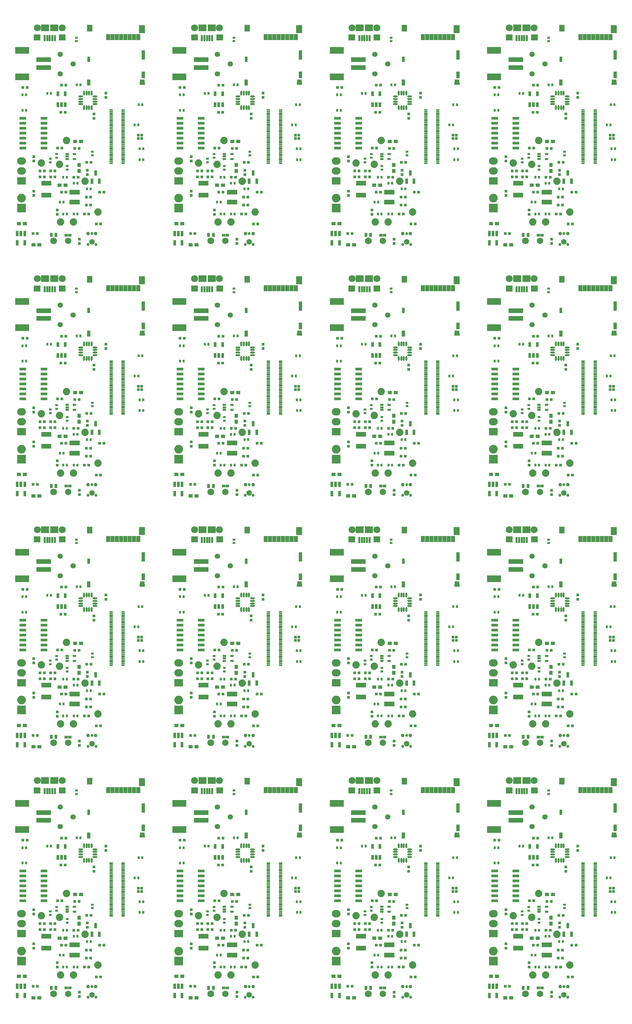
<source format=gbr>
G04 #@! TF.FileFunction,Soldermask,Top*
%FSLAX46Y46*%
G04 Gerber Fmt 4.6, Leading zero omitted, Abs format (unit mm)*
G04 Created by KiCad (PCBNEW 0.201601221447+6507~42~ubuntu15.10.1-product) date Fri 22 Jan 2016 06:42:10 PM EST*
%MOMM*%
G01*
G04 APERTURE LIST*
%ADD10C,0.100000*%
%ADD11R,2.103200X1.803200*%
%ADD12R,1.803200X1.603200*%
%ADD13R,0.603200X1.553200*%
%ADD14C,1.803200*%
%ADD15R,0.703200X0.803200*%
%ADD16R,0.603200X0.803200*%
%ADD17R,1.753200X0.803200*%
%ADD18R,0.803200X0.703200*%
%ADD19R,0.803200X1.003200*%
%ADD20C,1.753200*%
%ADD21R,0.853200X0.748200*%
%ADD22C,1.653200*%
%ADD23C,0.926200*%
%ADD24C,0.765200*%
%ADD25C,0.715200*%
%ADD26C,1.427200*%
%ADD27R,0.653200X0.653200*%
%ADD28R,2.235200X2.235200*%
%ADD29O,2.235200X2.235200*%
%ADD30R,0.803200X0.603200*%
%ADD31R,1.003200X1.603200*%
%ADD32R,1.553200X2.003200*%
%ADD33R,1.363200X1.703200*%
%ADD34R,0.853200X2.343200*%
%ADD35R,0.803200X1.353200*%
%ADD36R,0.853200X1.803200*%
%ADD37R,0.853200X1.503200*%
%ADD38R,1.303200X0.653200*%
%ADD39R,1.353200X0.653200*%
%ADD40O,1.203200X0.503200*%
%ADD41O,0.503200X1.203200*%
%ADD42R,3.599180X1.701800*%
%ADD43R,3.700780X1.198880*%
%ADD44C,1.353200*%
%ADD45R,0.703200X1.403200*%
%ADD46R,0.473200X1.203200*%
%ADD47C,1.883200*%
%ADD48R,0.803200X1.453200*%
%ADD49R,0.683200X1.193200*%
%ADD50R,0.973200X0.623200*%
%ADD51R,0.803200X1.303200*%
%ADD52R,1.003200X0.953200*%
%ADD53R,0.953200X1.003200*%
%ADD54R,2.235200X1.930400*%
%ADD55O,2.235200X1.930400*%
%ADD56R,0.903200X0.403200*%
G04 APERTURE END LIST*
D10*
D11*
X144329000Y-206367000D03*
X141929000Y-206367000D03*
D12*
X146329000Y-208867000D03*
X139929000Y-208867000D03*
D13*
X144429000Y-209042000D03*
X143779000Y-209042000D03*
X143129000Y-209042000D03*
X142479000Y-209042000D03*
X141829000Y-209042000D03*
D14*
X146304000Y-206367000D03*
X139954000Y-206367000D03*
D15*
X154432000Y-228431000D03*
X154432000Y-229531000D03*
X157480000Y-224197000D03*
X157480000Y-223097000D03*
D16*
X137102000Y-227457000D03*
X136202000Y-227457000D03*
D17*
X136238000Y-237109000D03*
X141638000Y-237109000D03*
X136238000Y-235839000D03*
X141638000Y-235839000D03*
X136238000Y-234569000D03*
X141638000Y-234569000D03*
X136238000Y-233299000D03*
X141638000Y-233299000D03*
X136238000Y-232029000D03*
X141638000Y-232029000D03*
X136238000Y-230759000D03*
X141638000Y-230759000D03*
X136238000Y-229489000D03*
X141638000Y-229489000D03*
D15*
X139065000Y-239353000D03*
X139065000Y-240453000D03*
D18*
X145119000Y-237109000D03*
X146219000Y-237109000D03*
D19*
X144730000Y-259334000D03*
X143510000Y-259334000D03*
D20*
X144120000Y-260854000D03*
D21*
X147353000Y-259380500D03*
X148303000Y-259380500D03*
D22*
X147828000Y-260858000D03*
D23*
X152958000Y-259009000D03*
D24*
X152909000Y-261746000D03*
X154939000Y-261746000D03*
D23*
X154890000Y-259009000D03*
D25*
X153924000Y-259009000D03*
D26*
X153924000Y-261112000D03*
D16*
X167023200Y-237337600D03*
X166123200Y-237337600D03*
X165804000Y-231216200D03*
X164904000Y-231216200D03*
X167048600Y-240080800D03*
X166148600Y-240080800D03*
D27*
X166617200Y-233864600D03*
X165767200Y-233864600D03*
X166617200Y-234714600D03*
X165767200Y-234714600D03*
D28*
X135890000Y-252476000D03*
D29*
X135890000Y-249936000D03*
D16*
X165920000Y-226060000D03*
X166820000Y-226060000D03*
D30*
X149987000Y-209815000D03*
X149987000Y-208915000D03*
D16*
X150045000Y-220980000D03*
X150945000Y-220980000D03*
D31*
X165817000Y-208788000D03*
X164717000Y-208788000D03*
X163617000Y-208788000D03*
X162517000Y-208788000D03*
X161417000Y-208788000D03*
X160317000Y-208788000D03*
X159217000Y-208788000D03*
X158117000Y-208788000D03*
D32*
X166707000Y-206738000D03*
D33*
X153387000Y-206488000D03*
D34*
X167032000Y-213368000D03*
D35*
X153107000Y-214463000D03*
D36*
X167032000Y-218448000D03*
D37*
X153132000Y-220388000D03*
D38*
X166807000Y-219953000D03*
D39*
X166782000Y-220613000D03*
D40*
X154727400Y-225887800D03*
X154727400Y-225237800D03*
X154727400Y-224587800D03*
X154727400Y-223937800D03*
D41*
X153852400Y-223062800D03*
D40*
X151027400Y-225887800D03*
D41*
X153852400Y-226762800D03*
X153202400Y-223062800D03*
X152552400Y-223062800D03*
X151902400Y-223062800D03*
D40*
X151027400Y-225237800D03*
X151027400Y-224587800D03*
X151027400Y-223937800D03*
D41*
X153202400Y-226762800D03*
X152552400Y-226762800D03*
X151902400Y-226762800D03*
D42*
X136055100Y-212189060D03*
D43*
X141605000Y-214538560D03*
X141605000Y-216535000D03*
D42*
X136055100Y-218884500D03*
D44*
X149097000Y-215646000D03*
X145797000Y-218146000D03*
X145797000Y-213146000D03*
D30*
X154051000Y-238081400D03*
X154051000Y-238981400D03*
D45*
X136713000Y-258953000D03*
X135763000Y-258953000D03*
X134813000Y-258953000D03*
X134813000Y-261303000D03*
X136713000Y-261303000D03*
D46*
X141240000Y-246125000D03*
X141240000Y-249175000D03*
X141740000Y-246125000D03*
X141740000Y-249175000D03*
X142240000Y-246125000D03*
X142240000Y-249175000D03*
X142740000Y-246125000D03*
X142740000Y-249175000D03*
X143240000Y-246125000D03*
X143240000Y-249175000D03*
D47*
X152146000Y-245618000D03*
X149225000Y-256032000D03*
X145923000Y-256032000D03*
X145669000Y-241300000D03*
X147447000Y-235204000D03*
X140970000Y-240919000D03*
X155448000Y-253492000D03*
D48*
X153929000Y-245618000D03*
X155829000Y-245618000D03*
X154879000Y-243468000D03*
D49*
X148560000Y-250952000D03*
X149210000Y-250952000D03*
X149860000Y-250952000D03*
X150510000Y-250952000D03*
X150510000Y-248362000D03*
X149860000Y-248362000D03*
X149210000Y-248362000D03*
X148560000Y-248362000D03*
D50*
X147579000Y-238618000D03*
X147579000Y-239268000D03*
X147579000Y-239918000D03*
X149479000Y-239918000D03*
X149479000Y-238618000D03*
D51*
X145201600Y-226009200D03*
X146151600Y-226009200D03*
X147101600Y-226009200D03*
X147101600Y-223209200D03*
X145201600Y-223209200D03*
D16*
X152712000Y-247523000D03*
X153612000Y-247523000D03*
X149283000Y-246126000D03*
X150183000Y-246126000D03*
X147516000Y-254000000D03*
X146616000Y-254000000D03*
D30*
X144907000Y-239591000D03*
X144907000Y-238691000D03*
D16*
X150183000Y-254000000D03*
X149283000Y-254000000D03*
D30*
X143256000Y-239834000D03*
X143256000Y-240734000D03*
X147574000Y-242639000D03*
X147574000Y-241739000D03*
D16*
X145727000Y-250952000D03*
X146627000Y-250952000D03*
X147516000Y-244602000D03*
X146616000Y-244602000D03*
X143452000Y-223139000D03*
X142552000Y-223139000D03*
X137102000Y-223520000D03*
X136202000Y-223520000D03*
D18*
X136229000Y-221615000D03*
X137329000Y-221615000D03*
D52*
X138950000Y-261874000D03*
X140450000Y-261874000D03*
D15*
X152781000Y-243882000D03*
X152781000Y-242782000D03*
D52*
X136767000Y-256413000D03*
X135267000Y-256413000D03*
D18*
X139996000Y-258953000D03*
X138896000Y-258953000D03*
D53*
X150622000Y-242939000D03*
X150622000Y-241439000D03*
D15*
X150749000Y-260435000D03*
X150749000Y-261535000D03*
D18*
X143341000Y-242951000D03*
X144441000Y-242951000D03*
X152485000Y-249682000D03*
X153585000Y-249682000D03*
X141774000Y-242951000D03*
X140674000Y-242951000D03*
X143341000Y-244475000D03*
X144441000Y-244475000D03*
X141774000Y-244475000D03*
X140674000Y-244475000D03*
X150410000Y-244602000D03*
X149310000Y-244602000D03*
X155914000Y-248412000D03*
X157014000Y-248412000D03*
X147235000Y-248412000D03*
X146135000Y-248412000D03*
D52*
X149606000Y-235458000D03*
X151106000Y-235458000D03*
X147181000Y-246634000D03*
X145681000Y-246634000D03*
D15*
X145034000Y-252942000D03*
X145034000Y-254042000D03*
X139065000Y-248116000D03*
X139065000Y-249216000D03*
D18*
X153712000Y-240792000D03*
X152612000Y-240792000D03*
X151977000Y-254000000D03*
X153077000Y-254000000D03*
X147108000Y-227965000D03*
X146008000Y-227965000D03*
X147218400Y-221081600D03*
X146118400Y-221081600D03*
X156125000Y-256540000D03*
X155025000Y-256540000D03*
X152485000Y-251714000D03*
X153585000Y-251714000D03*
D54*
X135890000Y-245491000D03*
D55*
X135890000Y-242951000D03*
X135890000Y-240411000D03*
D56*
X161925000Y-241013000D03*
X158845000Y-241013000D03*
X161925000Y-240613000D03*
X158845000Y-240613000D03*
X161925000Y-240213000D03*
X158845000Y-240213000D03*
X161925000Y-239813000D03*
X158845000Y-239813000D03*
X161925000Y-239413000D03*
X158845000Y-239413000D03*
X161925000Y-239013000D03*
X158845000Y-239013000D03*
X161925000Y-238613000D03*
X158845000Y-238613000D03*
X161925000Y-238213000D03*
X158845000Y-238213000D03*
X161925000Y-237813000D03*
X158845000Y-237813000D03*
X161925000Y-237413000D03*
X158845000Y-237413000D03*
X161925000Y-237013000D03*
X158845000Y-237013000D03*
X161925000Y-236613000D03*
X158845000Y-236613000D03*
X161925000Y-236213000D03*
X158845000Y-236213000D03*
X161925000Y-235813000D03*
X158845000Y-235813000D03*
X161925000Y-235413000D03*
X158845000Y-235413000D03*
X161925000Y-235013000D03*
X158845000Y-235013000D03*
X161925000Y-234613000D03*
X158845000Y-234613000D03*
X161925000Y-234213000D03*
X158845000Y-234213000D03*
X161925000Y-233813000D03*
X158845000Y-233813000D03*
X161925000Y-233413000D03*
X158845000Y-233413000D03*
X161925000Y-233013000D03*
X158845000Y-233013000D03*
X161925000Y-232613000D03*
X158845000Y-232613000D03*
X161925000Y-232213000D03*
X158845000Y-232213000D03*
X161925000Y-231813000D03*
X158845000Y-231813000D03*
X161925000Y-231413000D03*
X158845000Y-231413000D03*
X161925000Y-231013000D03*
X158845000Y-231013000D03*
X161925000Y-230613000D03*
X158845000Y-230613000D03*
X161925000Y-230213000D03*
X158845000Y-230213000D03*
X161925000Y-229813000D03*
X158845000Y-229813000D03*
X161925000Y-229413000D03*
X158845000Y-229413000D03*
X161925000Y-229013000D03*
X158845000Y-229013000D03*
X161925000Y-228613000D03*
X158845000Y-228613000D03*
X161925000Y-228213000D03*
X158845000Y-228213000D03*
X161925000Y-227813000D03*
X158845000Y-227813000D03*
X161925000Y-227413000D03*
X158845000Y-227413000D03*
D18*
X149564000Y-237236000D03*
X150664000Y-237236000D03*
D11*
X144329000Y-142232000D03*
X141929000Y-142232000D03*
D12*
X146329000Y-144732000D03*
X139929000Y-144732000D03*
D13*
X144429000Y-144907000D03*
X143779000Y-144907000D03*
X143129000Y-144907000D03*
X142479000Y-144907000D03*
X141829000Y-144907000D03*
D14*
X146304000Y-142232000D03*
X139954000Y-142232000D03*
D15*
X154432000Y-164296000D03*
X154432000Y-165396000D03*
X157480000Y-160062000D03*
X157480000Y-158962000D03*
D16*
X137102000Y-163322000D03*
X136202000Y-163322000D03*
D17*
X136238000Y-172974000D03*
X141638000Y-172974000D03*
X136238000Y-171704000D03*
X141638000Y-171704000D03*
X136238000Y-170434000D03*
X141638000Y-170434000D03*
X136238000Y-169164000D03*
X141638000Y-169164000D03*
X136238000Y-167894000D03*
X141638000Y-167894000D03*
X136238000Y-166624000D03*
X141638000Y-166624000D03*
X136238000Y-165354000D03*
X141638000Y-165354000D03*
D15*
X139065000Y-175218000D03*
X139065000Y-176318000D03*
D18*
X145119000Y-172974000D03*
X146219000Y-172974000D03*
D19*
X144730000Y-195199000D03*
X143510000Y-195199000D03*
D20*
X144120000Y-196719000D03*
D21*
X147353000Y-195245500D03*
X148303000Y-195245500D03*
D22*
X147828000Y-196723000D03*
D23*
X152958000Y-194874000D03*
D24*
X152909000Y-197611000D03*
X154939000Y-197611000D03*
D23*
X154890000Y-194874000D03*
D25*
X153924000Y-194874000D03*
D26*
X153924000Y-196977000D03*
D16*
X167023200Y-173202600D03*
X166123200Y-173202600D03*
X165804000Y-167081200D03*
X164904000Y-167081200D03*
X167048600Y-175945800D03*
X166148600Y-175945800D03*
D27*
X166617200Y-169729600D03*
X165767200Y-169729600D03*
X166617200Y-170579600D03*
X165767200Y-170579600D03*
D28*
X135890000Y-188341000D03*
D29*
X135890000Y-185801000D03*
D16*
X165920000Y-161925000D03*
X166820000Y-161925000D03*
D30*
X149987000Y-145680000D03*
X149987000Y-144780000D03*
D16*
X150045000Y-156845000D03*
X150945000Y-156845000D03*
D31*
X165817000Y-144653000D03*
X164717000Y-144653000D03*
X163617000Y-144653000D03*
X162517000Y-144653000D03*
X161417000Y-144653000D03*
X160317000Y-144653000D03*
X159217000Y-144653000D03*
X158117000Y-144653000D03*
D32*
X166707000Y-142603000D03*
D33*
X153387000Y-142353000D03*
D34*
X167032000Y-149233000D03*
D35*
X153107000Y-150328000D03*
D36*
X167032000Y-154313000D03*
D37*
X153132000Y-156253000D03*
D38*
X166807000Y-155818000D03*
D39*
X166782000Y-156478000D03*
D40*
X154727400Y-161752800D03*
X154727400Y-161102800D03*
X154727400Y-160452800D03*
X154727400Y-159802800D03*
D41*
X153852400Y-158927800D03*
D40*
X151027400Y-161752800D03*
D41*
X153852400Y-162627800D03*
X153202400Y-158927800D03*
X152552400Y-158927800D03*
X151902400Y-158927800D03*
D40*
X151027400Y-161102800D03*
X151027400Y-160452800D03*
X151027400Y-159802800D03*
D41*
X153202400Y-162627800D03*
X152552400Y-162627800D03*
X151902400Y-162627800D03*
D42*
X136055100Y-148054060D03*
D43*
X141605000Y-150403560D03*
X141605000Y-152400000D03*
D42*
X136055100Y-154749500D03*
D44*
X149097000Y-151511000D03*
X145797000Y-154011000D03*
X145797000Y-149011000D03*
D30*
X154051000Y-173946400D03*
X154051000Y-174846400D03*
D45*
X136713000Y-194818000D03*
X135763000Y-194818000D03*
X134813000Y-194818000D03*
X134813000Y-197168000D03*
X136713000Y-197168000D03*
D46*
X141240000Y-181990000D03*
X141240000Y-185040000D03*
X141740000Y-181990000D03*
X141740000Y-185040000D03*
X142240000Y-181990000D03*
X142240000Y-185040000D03*
X142740000Y-181990000D03*
X142740000Y-185040000D03*
X143240000Y-181990000D03*
X143240000Y-185040000D03*
D47*
X152146000Y-181483000D03*
X149225000Y-191897000D03*
X145923000Y-191897000D03*
X145669000Y-177165000D03*
X147447000Y-171069000D03*
X140970000Y-176784000D03*
X155448000Y-189357000D03*
D48*
X153929000Y-181483000D03*
X155829000Y-181483000D03*
X154879000Y-179333000D03*
D49*
X148560000Y-186817000D03*
X149210000Y-186817000D03*
X149860000Y-186817000D03*
X150510000Y-186817000D03*
X150510000Y-184227000D03*
X149860000Y-184227000D03*
X149210000Y-184227000D03*
X148560000Y-184227000D03*
D50*
X147579000Y-174483000D03*
X147579000Y-175133000D03*
X147579000Y-175783000D03*
X149479000Y-175783000D03*
X149479000Y-174483000D03*
D51*
X145201600Y-161874200D03*
X146151600Y-161874200D03*
X147101600Y-161874200D03*
X147101600Y-159074200D03*
X145201600Y-159074200D03*
D16*
X152712000Y-183388000D03*
X153612000Y-183388000D03*
X149283000Y-181991000D03*
X150183000Y-181991000D03*
X147516000Y-189865000D03*
X146616000Y-189865000D03*
D30*
X144907000Y-175456000D03*
X144907000Y-174556000D03*
D16*
X150183000Y-189865000D03*
X149283000Y-189865000D03*
D30*
X143256000Y-175699000D03*
X143256000Y-176599000D03*
X147574000Y-178504000D03*
X147574000Y-177604000D03*
D16*
X145727000Y-186817000D03*
X146627000Y-186817000D03*
X147516000Y-180467000D03*
X146616000Y-180467000D03*
X143452000Y-159004000D03*
X142552000Y-159004000D03*
X137102000Y-159385000D03*
X136202000Y-159385000D03*
D18*
X136229000Y-157480000D03*
X137329000Y-157480000D03*
D52*
X138950000Y-197739000D03*
X140450000Y-197739000D03*
D15*
X152781000Y-179747000D03*
X152781000Y-178647000D03*
D52*
X136767000Y-192278000D03*
X135267000Y-192278000D03*
D18*
X139996000Y-194818000D03*
X138896000Y-194818000D03*
D53*
X150622000Y-178804000D03*
X150622000Y-177304000D03*
D15*
X150749000Y-196300000D03*
X150749000Y-197400000D03*
D18*
X143341000Y-178816000D03*
X144441000Y-178816000D03*
X152485000Y-185547000D03*
X153585000Y-185547000D03*
X141774000Y-178816000D03*
X140674000Y-178816000D03*
X143341000Y-180340000D03*
X144441000Y-180340000D03*
X141774000Y-180340000D03*
X140674000Y-180340000D03*
X150410000Y-180467000D03*
X149310000Y-180467000D03*
X155914000Y-184277000D03*
X157014000Y-184277000D03*
X147235000Y-184277000D03*
X146135000Y-184277000D03*
D52*
X149606000Y-171323000D03*
X151106000Y-171323000D03*
X147181000Y-182499000D03*
X145681000Y-182499000D03*
D15*
X145034000Y-188807000D03*
X145034000Y-189907000D03*
X139065000Y-183981000D03*
X139065000Y-185081000D03*
D18*
X153712000Y-176657000D03*
X152612000Y-176657000D03*
X151977000Y-189865000D03*
X153077000Y-189865000D03*
X147108000Y-163830000D03*
X146008000Y-163830000D03*
X147218400Y-156946600D03*
X146118400Y-156946600D03*
X156125000Y-192405000D03*
X155025000Y-192405000D03*
X152485000Y-187579000D03*
X153585000Y-187579000D03*
D54*
X135890000Y-181356000D03*
D55*
X135890000Y-178816000D03*
X135890000Y-176276000D03*
D56*
X161925000Y-176878000D03*
X158845000Y-176878000D03*
X161925000Y-176478000D03*
X158845000Y-176478000D03*
X161925000Y-176078000D03*
X158845000Y-176078000D03*
X161925000Y-175678000D03*
X158845000Y-175678000D03*
X161925000Y-175278000D03*
X158845000Y-175278000D03*
X161925000Y-174878000D03*
X158845000Y-174878000D03*
X161925000Y-174478000D03*
X158845000Y-174478000D03*
X161925000Y-174078000D03*
X158845000Y-174078000D03*
X161925000Y-173678000D03*
X158845000Y-173678000D03*
X161925000Y-173278000D03*
X158845000Y-173278000D03*
X161925000Y-172878000D03*
X158845000Y-172878000D03*
X161925000Y-172478000D03*
X158845000Y-172478000D03*
X161925000Y-172078000D03*
X158845000Y-172078000D03*
X161925000Y-171678000D03*
X158845000Y-171678000D03*
X161925000Y-171278000D03*
X158845000Y-171278000D03*
X161925000Y-170878000D03*
X158845000Y-170878000D03*
X161925000Y-170478000D03*
X158845000Y-170478000D03*
X161925000Y-170078000D03*
X158845000Y-170078000D03*
X161925000Y-169678000D03*
X158845000Y-169678000D03*
X161925000Y-169278000D03*
X158845000Y-169278000D03*
X161925000Y-168878000D03*
X158845000Y-168878000D03*
X161925000Y-168478000D03*
X158845000Y-168478000D03*
X161925000Y-168078000D03*
X158845000Y-168078000D03*
X161925000Y-167678000D03*
X158845000Y-167678000D03*
X161925000Y-167278000D03*
X158845000Y-167278000D03*
X161925000Y-166878000D03*
X158845000Y-166878000D03*
X161925000Y-166478000D03*
X158845000Y-166478000D03*
X161925000Y-166078000D03*
X158845000Y-166078000D03*
X161925000Y-165678000D03*
X158845000Y-165678000D03*
X161925000Y-165278000D03*
X158845000Y-165278000D03*
X161925000Y-164878000D03*
X158845000Y-164878000D03*
X161925000Y-164478000D03*
X158845000Y-164478000D03*
X161925000Y-164078000D03*
X158845000Y-164078000D03*
X161925000Y-163678000D03*
X158845000Y-163678000D03*
X161925000Y-163278000D03*
X158845000Y-163278000D03*
D18*
X149564000Y-173101000D03*
X150664000Y-173101000D03*
D11*
X144329000Y-78097000D03*
X141929000Y-78097000D03*
D12*
X146329000Y-80597000D03*
X139929000Y-80597000D03*
D13*
X144429000Y-80772000D03*
X143779000Y-80772000D03*
X143129000Y-80772000D03*
X142479000Y-80772000D03*
X141829000Y-80772000D03*
D14*
X146304000Y-78097000D03*
X139954000Y-78097000D03*
D15*
X154432000Y-100161000D03*
X154432000Y-101261000D03*
X157480000Y-95927000D03*
X157480000Y-94827000D03*
D16*
X137102000Y-99187000D03*
X136202000Y-99187000D03*
D17*
X136238000Y-108839000D03*
X141638000Y-108839000D03*
X136238000Y-107569000D03*
X141638000Y-107569000D03*
X136238000Y-106299000D03*
X141638000Y-106299000D03*
X136238000Y-105029000D03*
X141638000Y-105029000D03*
X136238000Y-103759000D03*
X141638000Y-103759000D03*
X136238000Y-102489000D03*
X141638000Y-102489000D03*
X136238000Y-101219000D03*
X141638000Y-101219000D03*
D15*
X139065000Y-111083000D03*
X139065000Y-112183000D03*
D18*
X145119000Y-108839000D03*
X146219000Y-108839000D03*
D19*
X144730000Y-131064000D03*
X143510000Y-131064000D03*
D20*
X144120000Y-132584000D03*
D21*
X147353000Y-131110500D03*
X148303000Y-131110500D03*
D22*
X147828000Y-132588000D03*
D23*
X152958000Y-130739000D03*
D24*
X152909000Y-133476000D03*
X154939000Y-133476000D03*
D23*
X154890000Y-130739000D03*
D25*
X153924000Y-130739000D03*
D26*
X153924000Y-132842000D03*
D16*
X167023200Y-109067600D03*
X166123200Y-109067600D03*
X165804000Y-102946200D03*
X164904000Y-102946200D03*
X167048600Y-111810800D03*
X166148600Y-111810800D03*
D27*
X166617200Y-105594600D03*
X165767200Y-105594600D03*
X166617200Y-106444600D03*
X165767200Y-106444600D03*
D28*
X135890000Y-124206000D03*
D29*
X135890000Y-121666000D03*
D16*
X165920000Y-97790000D03*
X166820000Y-97790000D03*
D30*
X149987000Y-81545000D03*
X149987000Y-80645000D03*
D16*
X150045000Y-92710000D03*
X150945000Y-92710000D03*
D31*
X165817000Y-80518000D03*
X164717000Y-80518000D03*
X163617000Y-80518000D03*
X162517000Y-80518000D03*
X161417000Y-80518000D03*
X160317000Y-80518000D03*
X159217000Y-80518000D03*
X158117000Y-80518000D03*
D32*
X166707000Y-78468000D03*
D33*
X153387000Y-78218000D03*
D34*
X167032000Y-85098000D03*
D35*
X153107000Y-86193000D03*
D36*
X167032000Y-90178000D03*
D37*
X153132000Y-92118000D03*
D38*
X166807000Y-91683000D03*
D39*
X166782000Y-92343000D03*
D40*
X154727400Y-97617800D03*
X154727400Y-96967800D03*
X154727400Y-96317800D03*
X154727400Y-95667800D03*
D41*
X153852400Y-94792800D03*
D40*
X151027400Y-97617800D03*
D41*
X153852400Y-98492800D03*
X153202400Y-94792800D03*
X152552400Y-94792800D03*
X151902400Y-94792800D03*
D40*
X151027400Y-96967800D03*
X151027400Y-96317800D03*
X151027400Y-95667800D03*
D41*
X153202400Y-98492800D03*
X152552400Y-98492800D03*
X151902400Y-98492800D03*
D42*
X136055100Y-83919060D03*
D43*
X141605000Y-86268560D03*
X141605000Y-88265000D03*
D42*
X136055100Y-90614500D03*
D44*
X149097000Y-87376000D03*
X145797000Y-89876000D03*
X145797000Y-84876000D03*
D30*
X154051000Y-109811400D03*
X154051000Y-110711400D03*
D45*
X136713000Y-130683000D03*
X135763000Y-130683000D03*
X134813000Y-130683000D03*
X134813000Y-133033000D03*
X136713000Y-133033000D03*
D46*
X141240000Y-117855000D03*
X141240000Y-120905000D03*
X141740000Y-117855000D03*
X141740000Y-120905000D03*
X142240000Y-117855000D03*
X142240000Y-120905000D03*
X142740000Y-117855000D03*
X142740000Y-120905000D03*
X143240000Y-117855000D03*
X143240000Y-120905000D03*
D47*
X152146000Y-117348000D03*
X149225000Y-127762000D03*
X145923000Y-127762000D03*
X145669000Y-113030000D03*
X147447000Y-106934000D03*
X140970000Y-112649000D03*
X155448000Y-125222000D03*
D48*
X153929000Y-117348000D03*
X155829000Y-117348000D03*
X154879000Y-115198000D03*
D49*
X148560000Y-122682000D03*
X149210000Y-122682000D03*
X149860000Y-122682000D03*
X150510000Y-122682000D03*
X150510000Y-120092000D03*
X149860000Y-120092000D03*
X149210000Y-120092000D03*
X148560000Y-120092000D03*
D50*
X147579000Y-110348000D03*
X147579000Y-110998000D03*
X147579000Y-111648000D03*
X149479000Y-111648000D03*
X149479000Y-110348000D03*
D51*
X145201600Y-97739200D03*
X146151600Y-97739200D03*
X147101600Y-97739200D03*
X147101600Y-94939200D03*
X145201600Y-94939200D03*
D16*
X152712000Y-119253000D03*
X153612000Y-119253000D03*
X149283000Y-117856000D03*
X150183000Y-117856000D03*
X147516000Y-125730000D03*
X146616000Y-125730000D03*
D30*
X144907000Y-111321000D03*
X144907000Y-110421000D03*
D16*
X150183000Y-125730000D03*
X149283000Y-125730000D03*
D30*
X143256000Y-111564000D03*
X143256000Y-112464000D03*
X147574000Y-114369000D03*
X147574000Y-113469000D03*
D16*
X145727000Y-122682000D03*
X146627000Y-122682000D03*
X147516000Y-116332000D03*
X146616000Y-116332000D03*
X143452000Y-94869000D03*
X142552000Y-94869000D03*
X137102000Y-95250000D03*
X136202000Y-95250000D03*
D18*
X136229000Y-93345000D03*
X137329000Y-93345000D03*
D52*
X138950000Y-133604000D03*
X140450000Y-133604000D03*
D15*
X152781000Y-115612000D03*
X152781000Y-114512000D03*
D52*
X136767000Y-128143000D03*
X135267000Y-128143000D03*
D18*
X139996000Y-130683000D03*
X138896000Y-130683000D03*
D53*
X150622000Y-114669000D03*
X150622000Y-113169000D03*
D15*
X150749000Y-132165000D03*
X150749000Y-133265000D03*
D18*
X143341000Y-114681000D03*
X144441000Y-114681000D03*
X152485000Y-121412000D03*
X153585000Y-121412000D03*
X141774000Y-114681000D03*
X140674000Y-114681000D03*
X143341000Y-116205000D03*
X144441000Y-116205000D03*
X141774000Y-116205000D03*
X140674000Y-116205000D03*
X150410000Y-116332000D03*
X149310000Y-116332000D03*
X155914000Y-120142000D03*
X157014000Y-120142000D03*
X147235000Y-120142000D03*
X146135000Y-120142000D03*
D52*
X149606000Y-107188000D03*
X151106000Y-107188000D03*
X147181000Y-118364000D03*
X145681000Y-118364000D03*
D15*
X145034000Y-124672000D03*
X145034000Y-125772000D03*
X139065000Y-119846000D03*
X139065000Y-120946000D03*
D18*
X153712000Y-112522000D03*
X152612000Y-112522000D03*
X151977000Y-125730000D03*
X153077000Y-125730000D03*
X147108000Y-99695000D03*
X146008000Y-99695000D03*
X147218400Y-92811600D03*
X146118400Y-92811600D03*
X156125000Y-128270000D03*
X155025000Y-128270000D03*
X152485000Y-123444000D03*
X153585000Y-123444000D03*
D54*
X135890000Y-117221000D03*
D55*
X135890000Y-114681000D03*
X135890000Y-112141000D03*
D56*
X161925000Y-112743000D03*
X158845000Y-112743000D03*
X161925000Y-112343000D03*
X158845000Y-112343000D03*
X161925000Y-111943000D03*
X158845000Y-111943000D03*
X161925000Y-111543000D03*
X158845000Y-111543000D03*
X161925000Y-111143000D03*
X158845000Y-111143000D03*
X161925000Y-110743000D03*
X158845000Y-110743000D03*
X161925000Y-110343000D03*
X158845000Y-110343000D03*
X161925000Y-109943000D03*
X158845000Y-109943000D03*
X161925000Y-109543000D03*
X158845000Y-109543000D03*
X161925000Y-109143000D03*
X158845000Y-109143000D03*
X161925000Y-108743000D03*
X158845000Y-108743000D03*
X161925000Y-108343000D03*
X158845000Y-108343000D03*
X161925000Y-107943000D03*
X158845000Y-107943000D03*
X161925000Y-107543000D03*
X158845000Y-107543000D03*
X161925000Y-107143000D03*
X158845000Y-107143000D03*
X161925000Y-106743000D03*
X158845000Y-106743000D03*
X161925000Y-106343000D03*
X158845000Y-106343000D03*
X161925000Y-105943000D03*
X158845000Y-105943000D03*
X161925000Y-105543000D03*
X158845000Y-105543000D03*
X161925000Y-105143000D03*
X158845000Y-105143000D03*
X161925000Y-104743000D03*
X158845000Y-104743000D03*
X161925000Y-104343000D03*
X158845000Y-104343000D03*
X161925000Y-103943000D03*
X158845000Y-103943000D03*
X161925000Y-103543000D03*
X158845000Y-103543000D03*
X161925000Y-103143000D03*
X158845000Y-103143000D03*
X161925000Y-102743000D03*
X158845000Y-102743000D03*
X161925000Y-102343000D03*
X158845000Y-102343000D03*
X161925000Y-101943000D03*
X158845000Y-101943000D03*
X161925000Y-101543000D03*
X158845000Y-101543000D03*
X161925000Y-101143000D03*
X158845000Y-101143000D03*
X161925000Y-100743000D03*
X158845000Y-100743000D03*
X161925000Y-100343000D03*
X158845000Y-100343000D03*
X161925000Y-99943000D03*
X158845000Y-99943000D03*
X161925000Y-99543000D03*
X158845000Y-99543000D03*
X161925000Y-99143000D03*
X158845000Y-99143000D03*
D18*
X149564000Y-108966000D03*
X150664000Y-108966000D03*
D11*
X144329000Y-13962000D03*
X141929000Y-13962000D03*
D12*
X146329000Y-16462000D03*
X139929000Y-16462000D03*
D13*
X144429000Y-16637000D03*
X143779000Y-16637000D03*
X143129000Y-16637000D03*
X142479000Y-16637000D03*
X141829000Y-16637000D03*
D14*
X146304000Y-13962000D03*
X139954000Y-13962000D03*
D15*
X154432000Y-36026000D03*
X154432000Y-37126000D03*
X157480000Y-31792000D03*
X157480000Y-30692000D03*
D16*
X137102000Y-35052000D03*
X136202000Y-35052000D03*
D17*
X136238000Y-44704000D03*
X141638000Y-44704000D03*
X136238000Y-43434000D03*
X141638000Y-43434000D03*
X136238000Y-42164000D03*
X141638000Y-42164000D03*
X136238000Y-40894000D03*
X141638000Y-40894000D03*
X136238000Y-39624000D03*
X141638000Y-39624000D03*
X136238000Y-38354000D03*
X141638000Y-38354000D03*
X136238000Y-37084000D03*
X141638000Y-37084000D03*
D15*
X139065000Y-46948000D03*
X139065000Y-48048000D03*
D18*
X145119000Y-44704000D03*
X146219000Y-44704000D03*
D19*
X144730000Y-66929000D03*
X143510000Y-66929000D03*
D20*
X144120000Y-68449000D03*
D21*
X147353000Y-66975500D03*
X148303000Y-66975500D03*
D22*
X147828000Y-68453000D03*
D23*
X152958000Y-66604000D03*
D24*
X152909000Y-69341000D03*
X154939000Y-69341000D03*
D23*
X154890000Y-66604000D03*
D25*
X153924000Y-66604000D03*
D26*
X153924000Y-68707000D03*
D16*
X167023200Y-44932600D03*
X166123200Y-44932600D03*
X165804000Y-38811200D03*
X164904000Y-38811200D03*
X167048600Y-47675800D03*
X166148600Y-47675800D03*
D27*
X166617200Y-41459600D03*
X165767200Y-41459600D03*
X166617200Y-42309600D03*
X165767200Y-42309600D03*
D28*
X135890000Y-60071000D03*
D29*
X135890000Y-57531000D03*
D16*
X165920000Y-33655000D03*
X166820000Y-33655000D03*
D30*
X149987000Y-17410000D03*
X149987000Y-16510000D03*
D16*
X150045000Y-28575000D03*
X150945000Y-28575000D03*
D31*
X165817000Y-16383000D03*
X164717000Y-16383000D03*
X163617000Y-16383000D03*
X162517000Y-16383000D03*
X161417000Y-16383000D03*
X160317000Y-16383000D03*
X159217000Y-16383000D03*
X158117000Y-16383000D03*
D32*
X166707000Y-14333000D03*
D33*
X153387000Y-14083000D03*
D34*
X167032000Y-20963000D03*
D35*
X153107000Y-22058000D03*
D36*
X167032000Y-26043000D03*
D37*
X153132000Y-27983000D03*
D38*
X166807000Y-27548000D03*
D39*
X166782000Y-28208000D03*
D40*
X154727400Y-33482800D03*
X154727400Y-32832800D03*
X154727400Y-32182800D03*
X154727400Y-31532800D03*
D41*
X153852400Y-30657800D03*
D40*
X151027400Y-33482800D03*
D41*
X153852400Y-34357800D03*
X153202400Y-30657800D03*
X152552400Y-30657800D03*
X151902400Y-30657800D03*
D40*
X151027400Y-32832800D03*
X151027400Y-32182800D03*
X151027400Y-31532800D03*
D41*
X153202400Y-34357800D03*
X152552400Y-34357800D03*
X151902400Y-34357800D03*
D42*
X136055100Y-19784060D03*
D43*
X141605000Y-22133560D03*
X141605000Y-24130000D03*
D42*
X136055100Y-26479500D03*
D44*
X149097000Y-23241000D03*
X145797000Y-25741000D03*
X145797000Y-20741000D03*
D30*
X154051000Y-45676400D03*
X154051000Y-46576400D03*
D45*
X136713000Y-66548000D03*
X135763000Y-66548000D03*
X134813000Y-66548000D03*
X134813000Y-68898000D03*
X136713000Y-68898000D03*
D46*
X141240000Y-53720000D03*
X141240000Y-56770000D03*
X141740000Y-53720000D03*
X141740000Y-56770000D03*
X142240000Y-53720000D03*
X142240000Y-56770000D03*
X142740000Y-53720000D03*
X142740000Y-56770000D03*
X143240000Y-53720000D03*
X143240000Y-56770000D03*
D47*
X152146000Y-53213000D03*
X149225000Y-63627000D03*
X145923000Y-63627000D03*
X145669000Y-48895000D03*
X147447000Y-42799000D03*
X140970000Y-48514000D03*
X155448000Y-61087000D03*
D48*
X153929000Y-53213000D03*
X155829000Y-53213000D03*
X154879000Y-51063000D03*
D49*
X148560000Y-58547000D03*
X149210000Y-58547000D03*
X149860000Y-58547000D03*
X150510000Y-58547000D03*
X150510000Y-55957000D03*
X149860000Y-55957000D03*
X149210000Y-55957000D03*
X148560000Y-55957000D03*
D50*
X147579000Y-46213000D03*
X147579000Y-46863000D03*
X147579000Y-47513000D03*
X149479000Y-47513000D03*
X149479000Y-46213000D03*
D51*
X145201600Y-33604200D03*
X146151600Y-33604200D03*
X147101600Y-33604200D03*
X147101600Y-30804200D03*
X145201600Y-30804200D03*
D16*
X152712000Y-55118000D03*
X153612000Y-55118000D03*
X149283000Y-53721000D03*
X150183000Y-53721000D03*
X147516000Y-61595000D03*
X146616000Y-61595000D03*
D30*
X144907000Y-47186000D03*
X144907000Y-46286000D03*
D16*
X150183000Y-61595000D03*
X149283000Y-61595000D03*
D30*
X143256000Y-47429000D03*
X143256000Y-48329000D03*
X147574000Y-50234000D03*
X147574000Y-49334000D03*
D16*
X145727000Y-58547000D03*
X146627000Y-58547000D03*
X147516000Y-52197000D03*
X146616000Y-52197000D03*
X143452000Y-30734000D03*
X142552000Y-30734000D03*
X137102000Y-31115000D03*
X136202000Y-31115000D03*
D18*
X136229000Y-29210000D03*
X137329000Y-29210000D03*
D52*
X138950000Y-69469000D03*
X140450000Y-69469000D03*
D15*
X152781000Y-51477000D03*
X152781000Y-50377000D03*
D52*
X136767000Y-64008000D03*
X135267000Y-64008000D03*
D18*
X139996000Y-66548000D03*
X138896000Y-66548000D03*
D53*
X150622000Y-50534000D03*
X150622000Y-49034000D03*
D15*
X150749000Y-68030000D03*
X150749000Y-69130000D03*
D18*
X143341000Y-50546000D03*
X144441000Y-50546000D03*
X152485000Y-57277000D03*
X153585000Y-57277000D03*
X141774000Y-50546000D03*
X140674000Y-50546000D03*
X143341000Y-52070000D03*
X144441000Y-52070000D03*
X141774000Y-52070000D03*
X140674000Y-52070000D03*
X150410000Y-52197000D03*
X149310000Y-52197000D03*
X155914000Y-56007000D03*
X157014000Y-56007000D03*
X147235000Y-56007000D03*
X146135000Y-56007000D03*
D52*
X149606000Y-43053000D03*
X151106000Y-43053000D03*
X147181000Y-54229000D03*
X145681000Y-54229000D03*
D15*
X145034000Y-60537000D03*
X145034000Y-61637000D03*
X139065000Y-55711000D03*
X139065000Y-56811000D03*
D18*
X153712000Y-48387000D03*
X152612000Y-48387000D03*
X151977000Y-61595000D03*
X153077000Y-61595000D03*
X147108000Y-35560000D03*
X146008000Y-35560000D03*
X147218400Y-28676600D03*
X146118400Y-28676600D03*
X156125000Y-64135000D03*
X155025000Y-64135000D03*
X152485000Y-59309000D03*
X153585000Y-59309000D03*
D54*
X135890000Y-53086000D03*
D55*
X135890000Y-50546000D03*
X135890000Y-48006000D03*
D56*
X161925000Y-48608000D03*
X158845000Y-48608000D03*
X161925000Y-48208000D03*
X158845000Y-48208000D03*
X161925000Y-47808000D03*
X158845000Y-47808000D03*
X161925000Y-47408000D03*
X158845000Y-47408000D03*
X161925000Y-47008000D03*
X158845000Y-47008000D03*
X161925000Y-46608000D03*
X158845000Y-46608000D03*
X161925000Y-46208000D03*
X158845000Y-46208000D03*
X161925000Y-45808000D03*
X158845000Y-45808000D03*
X161925000Y-45408000D03*
X158845000Y-45408000D03*
X161925000Y-45008000D03*
X158845000Y-45008000D03*
X161925000Y-44608000D03*
X158845000Y-44608000D03*
X161925000Y-44208000D03*
X158845000Y-44208000D03*
X161925000Y-43808000D03*
X158845000Y-43808000D03*
X161925000Y-43408000D03*
X158845000Y-43408000D03*
X161925000Y-43008000D03*
X158845000Y-43008000D03*
X161925000Y-42608000D03*
X158845000Y-42608000D03*
X161925000Y-42208000D03*
X158845000Y-42208000D03*
X161925000Y-41808000D03*
X158845000Y-41808000D03*
X161925000Y-41408000D03*
X158845000Y-41408000D03*
X161925000Y-41008000D03*
X158845000Y-41008000D03*
X161925000Y-40608000D03*
X158845000Y-40608000D03*
X161925000Y-40208000D03*
X158845000Y-40208000D03*
X161925000Y-39808000D03*
X158845000Y-39808000D03*
X161925000Y-39408000D03*
X158845000Y-39408000D03*
X161925000Y-39008000D03*
X158845000Y-39008000D03*
X161925000Y-38608000D03*
X158845000Y-38608000D03*
X161925000Y-38208000D03*
X158845000Y-38208000D03*
X161925000Y-37808000D03*
X158845000Y-37808000D03*
X161925000Y-37408000D03*
X158845000Y-37408000D03*
X161925000Y-37008000D03*
X158845000Y-37008000D03*
X161925000Y-36608000D03*
X158845000Y-36608000D03*
X161925000Y-36208000D03*
X158845000Y-36208000D03*
X161925000Y-35808000D03*
X158845000Y-35808000D03*
X161925000Y-35408000D03*
X158845000Y-35408000D03*
X161925000Y-35008000D03*
X158845000Y-35008000D03*
D18*
X149564000Y-44831000D03*
X150664000Y-44831000D03*
D11*
X104070000Y-206367000D03*
X101670000Y-206367000D03*
D12*
X106070000Y-208867000D03*
X99670000Y-208867000D03*
D13*
X104170000Y-209042000D03*
X103520000Y-209042000D03*
X102870000Y-209042000D03*
X102220000Y-209042000D03*
X101570000Y-209042000D03*
D14*
X106045000Y-206367000D03*
X99695000Y-206367000D03*
D15*
X114173000Y-228431000D03*
X114173000Y-229531000D03*
X117221000Y-224197000D03*
X117221000Y-223097000D03*
D16*
X96843000Y-227457000D03*
X95943000Y-227457000D03*
D17*
X95979000Y-237109000D03*
X101379000Y-237109000D03*
X95979000Y-235839000D03*
X101379000Y-235839000D03*
X95979000Y-234569000D03*
X101379000Y-234569000D03*
X95979000Y-233299000D03*
X101379000Y-233299000D03*
X95979000Y-232029000D03*
X101379000Y-232029000D03*
X95979000Y-230759000D03*
X101379000Y-230759000D03*
X95979000Y-229489000D03*
X101379000Y-229489000D03*
D15*
X98806000Y-239353000D03*
X98806000Y-240453000D03*
D18*
X104860000Y-237109000D03*
X105960000Y-237109000D03*
D19*
X104471000Y-259334000D03*
X103251000Y-259334000D03*
D20*
X103861000Y-260854000D03*
D21*
X107094000Y-259380500D03*
X108044000Y-259380500D03*
D22*
X107569000Y-260858000D03*
D23*
X112699000Y-259009000D03*
D24*
X112650000Y-261746000D03*
X114680000Y-261746000D03*
D23*
X114631000Y-259009000D03*
D25*
X113665000Y-259009000D03*
D26*
X113665000Y-261112000D03*
D16*
X126764200Y-237337600D03*
X125864200Y-237337600D03*
X125545000Y-231216200D03*
X124645000Y-231216200D03*
X126789600Y-240080800D03*
X125889600Y-240080800D03*
D27*
X126358200Y-233864600D03*
X125508200Y-233864600D03*
X126358200Y-234714600D03*
X125508200Y-234714600D03*
D28*
X95631000Y-252476000D03*
D29*
X95631000Y-249936000D03*
D16*
X125661000Y-226060000D03*
X126561000Y-226060000D03*
D30*
X109728000Y-209815000D03*
X109728000Y-208915000D03*
D16*
X109786000Y-220980000D03*
X110686000Y-220980000D03*
D31*
X125558000Y-208788000D03*
X124458000Y-208788000D03*
X123358000Y-208788000D03*
X122258000Y-208788000D03*
X121158000Y-208788000D03*
X120058000Y-208788000D03*
X118958000Y-208788000D03*
X117858000Y-208788000D03*
D32*
X126448000Y-206738000D03*
D33*
X113128000Y-206488000D03*
D34*
X126773000Y-213368000D03*
D35*
X112848000Y-214463000D03*
D36*
X126773000Y-218448000D03*
D37*
X112873000Y-220388000D03*
D38*
X126548000Y-219953000D03*
D39*
X126523000Y-220613000D03*
D40*
X114468400Y-225887800D03*
X114468400Y-225237800D03*
X114468400Y-224587800D03*
X114468400Y-223937800D03*
D41*
X113593400Y-223062800D03*
D40*
X110768400Y-225887800D03*
D41*
X113593400Y-226762800D03*
X112943400Y-223062800D03*
X112293400Y-223062800D03*
X111643400Y-223062800D03*
D40*
X110768400Y-225237800D03*
X110768400Y-224587800D03*
X110768400Y-223937800D03*
D41*
X112943400Y-226762800D03*
X112293400Y-226762800D03*
X111643400Y-226762800D03*
D42*
X95796100Y-212189060D03*
D43*
X101346000Y-214538560D03*
X101346000Y-216535000D03*
D42*
X95796100Y-218884500D03*
D44*
X108838000Y-215646000D03*
X105538000Y-218146000D03*
X105538000Y-213146000D03*
D30*
X113792000Y-238081400D03*
X113792000Y-238981400D03*
D45*
X96454000Y-258953000D03*
X95504000Y-258953000D03*
X94554000Y-258953000D03*
X94554000Y-261303000D03*
X96454000Y-261303000D03*
D46*
X100981000Y-246125000D03*
X100981000Y-249175000D03*
X101481000Y-246125000D03*
X101481000Y-249175000D03*
X101981000Y-246125000D03*
X101981000Y-249175000D03*
X102481000Y-246125000D03*
X102481000Y-249175000D03*
X102981000Y-246125000D03*
X102981000Y-249175000D03*
D47*
X111887000Y-245618000D03*
X108966000Y-256032000D03*
X105664000Y-256032000D03*
X105410000Y-241300000D03*
X107188000Y-235204000D03*
X100711000Y-240919000D03*
X115189000Y-253492000D03*
D48*
X113670000Y-245618000D03*
X115570000Y-245618000D03*
X114620000Y-243468000D03*
D49*
X108301000Y-250952000D03*
X108951000Y-250952000D03*
X109601000Y-250952000D03*
X110251000Y-250952000D03*
X110251000Y-248362000D03*
X109601000Y-248362000D03*
X108951000Y-248362000D03*
X108301000Y-248362000D03*
D50*
X107320000Y-238618000D03*
X107320000Y-239268000D03*
X107320000Y-239918000D03*
X109220000Y-239918000D03*
X109220000Y-238618000D03*
D51*
X104942600Y-226009200D03*
X105892600Y-226009200D03*
X106842600Y-226009200D03*
X106842600Y-223209200D03*
X104942600Y-223209200D03*
D16*
X112453000Y-247523000D03*
X113353000Y-247523000D03*
X109024000Y-246126000D03*
X109924000Y-246126000D03*
X107257000Y-254000000D03*
X106357000Y-254000000D03*
D30*
X104648000Y-239591000D03*
X104648000Y-238691000D03*
D16*
X109924000Y-254000000D03*
X109024000Y-254000000D03*
D30*
X102997000Y-239834000D03*
X102997000Y-240734000D03*
X107315000Y-242639000D03*
X107315000Y-241739000D03*
D16*
X105468000Y-250952000D03*
X106368000Y-250952000D03*
X107257000Y-244602000D03*
X106357000Y-244602000D03*
X103193000Y-223139000D03*
X102293000Y-223139000D03*
X96843000Y-223520000D03*
X95943000Y-223520000D03*
D18*
X95970000Y-221615000D03*
X97070000Y-221615000D03*
D52*
X98691000Y-261874000D03*
X100191000Y-261874000D03*
D15*
X112522000Y-243882000D03*
X112522000Y-242782000D03*
D52*
X96508000Y-256413000D03*
X95008000Y-256413000D03*
D18*
X99737000Y-258953000D03*
X98637000Y-258953000D03*
D53*
X110363000Y-242939000D03*
X110363000Y-241439000D03*
D15*
X110490000Y-260435000D03*
X110490000Y-261535000D03*
D18*
X103082000Y-242951000D03*
X104182000Y-242951000D03*
X112226000Y-249682000D03*
X113326000Y-249682000D03*
X101515000Y-242951000D03*
X100415000Y-242951000D03*
X103082000Y-244475000D03*
X104182000Y-244475000D03*
X101515000Y-244475000D03*
X100415000Y-244475000D03*
X110151000Y-244602000D03*
X109051000Y-244602000D03*
X115655000Y-248412000D03*
X116755000Y-248412000D03*
X106976000Y-248412000D03*
X105876000Y-248412000D03*
D52*
X109347000Y-235458000D03*
X110847000Y-235458000D03*
X106922000Y-246634000D03*
X105422000Y-246634000D03*
D15*
X104775000Y-252942000D03*
X104775000Y-254042000D03*
X98806000Y-248116000D03*
X98806000Y-249216000D03*
D18*
X113453000Y-240792000D03*
X112353000Y-240792000D03*
X111718000Y-254000000D03*
X112818000Y-254000000D03*
X106849000Y-227965000D03*
X105749000Y-227965000D03*
X106959400Y-221081600D03*
X105859400Y-221081600D03*
X115866000Y-256540000D03*
X114766000Y-256540000D03*
X112226000Y-251714000D03*
X113326000Y-251714000D03*
D54*
X95631000Y-245491000D03*
D55*
X95631000Y-242951000D03*
X95631000Y-240411000D03*
D56*
X121666000Y-241013000D03*
X118586000Y-241013000D03*
X121666000Y-240613000D03*
X118586000Y-240613000D03*
X121666000Y-240213000D03*
X118586000Y-240213000D03*
X121666000Y-239813000D03*
X118586000Y-239813000D03*
X121666000Y-239413000D03*
X118586000Y-239413000D03*
X121666000Y-239013000D03*
X118586000Y-239013000D03*
X121666000Y-238613000D03*
X118586000Y-238613000D03*
X121666000Y-238213000D03*
X118586000Y-238213000D03*
X121666000Y-237813000D03*
X118586000Y-237813000D03*
X121666000Y-237413000D03*
X118586000Y-237413000D03*
X121666000Y-237013000D03*
X118586000Y-237013000D03*
X121666000Y-236613000D03*
X118586000Y-236613000D03*
X121666000Y-236213000D03*
X118586000Y-236213000D03*
X121666000Y-235813000D03*
X118586000Y-235813000D03*
X121666000Y-235413000D03*
X118586000Y-235413000D03*
X121666000Y-235013000D03*
X118586000Y-235013000D03*
X121666000Y-234613000D03*
X118586000Y-234613000D03*
X121666000Y-234213000D03*
X118586000Y-234213000D03*
X121666000Y-233813000D03*
X118586000Y-233813000D03*
X121666000Y-233413000D03*
X118586000Y-233413000D03*
X121666000Y-233013000D03*
X118586000Y-233013000D03*
X121666000Y-232613000D03*
X118586000Y-232613000D03*
X121666000Y-232213000D03*
X118586000Y-232213000D03*
X121666000Y-231813000D03*
X118586000Y-231813000D03*
X121666000Y-231413000D03*
X118586000Y-231413000D03*
X121666000Y-231013000D03*
X118586000Y-231013000D03*
X121666000Y-230613000D03*
X118586000Y-230613000D03*
X121666000Y-230213000D03*
X118586000Y-230213000D03*
X121666000Y-229813000D03*
X118586000Y-229813000D03*
X121666000Y-229413000D03*
X118586000Y-229413000D03*
X121666000Y-229013000D03*
X118586000Y-229013000D03*
X121666000Y-228613000D03*
X118586000Y-228613000D03*
X121666000Y-228213000D03*
X118586000Y-228213000D03*
X121666000Y-227813000D03*
X118586000Y-227813000D03*
X121666000Y-227413000D03*
X118586000Y-227413000D03*
D18*
X109305000Y-237236000D03*
X110405000Y-237236000D03*
D11*
X104070000Y-142232000D03*
X101670000Y-142232000D03*
D12*
X106070000Y-144732000D03*
X99670000Y-144732000D03*
D13*
X104170000Y-144907000D03*
X103520000Y-144907000D03*
X102870000Y-144907000D03*
X102220000Y-144907000D03*
X101570000Y-144907000D03*
D14*
X106045000Y-142232000D03*
X99695000Y-142232000D03*
D15*
X114173000Y-164296000D03*
X114173000Y-165396000D03*
X117221000Y-160062000D03*
X117221000Y-158962000D03*
D16*
X96843000Y-163322000D03*
X95943000Y-163322000D03*
D17*
X95979000Y-172974000D03*
X101379000Y-172974000D03*
X95979000Y-171704000D03*
X101379000Y-171704000D03*
X95979000Y-170434000D03*
X101379000Y-170434000D03*
X95979000Y-169164000D03*
X101379000Y-169164000D03*
X95979000Y-167894000D03*
X101379000Y-167894000D03*
X95979000Y-166624000D03*
X101379000Y-166624000D03*
X95979000Y-165354000D03*
X101379000Y-165354000D03*
D15*
X98806000Y-175218000D03*
X98806000Y-176318000D03*
D18*
X104860000Y-172974000D03*
X105960000Y-172974000D03*
D19*
X104471000Y-195199000D03*
X103251000Y-195199000D03*
D20*
X103861000Y-196719000D03*
D21*
X107094000Y-195245500D03*
X108044000Y-195245500D03*
D22*
X107569000Y-196723000D03*
D23*
X112699000Y-194874000D03*
D24*
X112650000Y-197611000D03*
X114680000Y-197611000D03*
D23*
X114631000Y-194874000D03*
D25*
X113665000Y-194874000D03*
D26*
X113665000Y-196977000D03*
D16*
X126764200Y-173202600D03*
X125864200Y-173202600D03*
X125545000Y-167081200D03*
X124645000Y-167081200D03*
X126789600Y-175945800D03*
X125889600Y-175945800D03*
D27*
X126358200Y-169729600D03*
X125508200Y-169729600D03*
X126358200Y-170579600D03*
X125508200Y-170579600D03*
D28*
X95631000Y-188341000D03*
D29*
X95631000Y-185801000D03*
D16*
X125661000Y-161925000D03*
X126561000Y-161925000D03*
D30*
X109728000Y-145680000D03*
X109728000Y-144780000D03*
D16*
X109786000Y-156845000D03*
X110686000Y-156845000D03*
D31*
X125558000Y-144653000D03*
X124458000Y-144653000D03*
X123358000Y-144653000D03*
X122258000Y-144653000D03*
X121158000Y-144653000D03*
X120058000Y-144653000D03*
X118958000Y-144653000D03*
X117858000Y-144653000D03*
D32*
X126448000Y-142603000D03*
D33*
X113128000Y-142353000D03*
D34*
X126773000Y-149233000D03*
D35*
X112848000Y-150328000D03*
D36*
X126773000Y-154313000D03*
D37*
X112873000Y-156253000D03*
D38*
X126548000Y-155818000D03*
D39*
X126523000Y-156478000D03*
D40*
X114468400Y-161752800D03*
X114468400Y-161102800D03*
X114468400Y-160452800D03*
X114468400Y-159802800D03*
D41*
X113593400Y-158927800D03*
D40*
X110768400Y-161752800D03*
D41*
X113593400Y-162627800D03*
X112943400Y-158927800D03*
X112293400Y-158927800D03*
X111643400Y-158927800D03*
D40*
X110768400Y-161102800D03*
X110768400Y-160452800D03*
X110768400Y-159802800D03*
D41*
X112943400Y-162627800D03*
X112293400Y-162627800D03*
X111643400Y-162627800D03*
D42*
X95796100Y-148054060D03*
D43*
X101346000Y-150403560D03*
X101346000Y-152400000D03*
D42*
X95796100Y-154749500D03*
D44*
X108838000Y-151511000D03*
X105538000Y-154011000D03*
X105538000Y-149011000D03*
D30*
X113792000Y-173946400D03*
X113792000Y-174846400D03*
D45*
X96454000Y-194818000D03*
X95504000Y-194818000D03*
X94554000Y-194818000D03*
X94554000Y-197168000D03*
X96454000Y-197168000D03*
D46*
X100981000Y-181990000D03*
X100981000Y-185040000D03*
X101481000Y-181990000D03*
X101481000Y-185040000D03*
X101981000Y-181990000D03*
X101981000Y-185040000D03*
X102481000Y-181990000D03*
X102481000Y-185040000D03*
X102981000Y-181990000D03*
X102981000Y-185040000D03*
D47*
X111887000Y-181483000D03*
X108966000Y-191897000D03*
X105664000Y-191897000D03*
X105410000Y-177165000D03*
X107188000Y-171069000D03*
X100711000Y-176784000D03*
X115189000Y-189357000D03*
D48*
X113670000Y-181483000D03*
X115570000Y-181483000D03*
X114620000Y-179333000D03*
D49*
X108301000Y-186817000D03*
X108951000Y-186817000D03*
X109601000Y-186817000D03*
X110251000Y-186817000D03*
X110251000Y-184227000D03*
X109601000Y-184227000D03*
X108951000Y-184227000D03*
X108301000Y-184227000D03*
D50*
X107320000Y-174483000D03*
X107320000Y-175133000D03*
X107320000Y-175783000D03*
X109220000Y-175783000D03*
X109220000Y-174483000D03*
D51*
X104942600Y-161874200D03*
X105892600Y-161874200D03*
X106842600Y-161874200D03*
X106842600Y-159074200D03*
X104942600Y-159074200D03*
D16*
X112453000Y-183388000D03*
X113353000Y-183388000D03*
X109024000Y-181991000D03*
X109924000Y-181991000D03*
X107257000Y-189865000D03*
X106357000Y-189865000D03*
D30*
X104648000Y-175456000D03*
X104648000Y-174556000D03*
D16*
X109924000Y-189865000D03*
X109024000Y-189865000D03*
D30*
X102997000Y-175699000D03*
X102997000Y-176599000D03*
X107315000Y-178504000D03*
X107315000Y-177604000D03*
D16*
X105468000Y-186817000D03*
X106368000Y-186817000D03*
X107257000Y-180467000D03*
X106357000Y-180467000D03*
X103193000Y-159004000D03*
X102293000Y-159004000D03*
X96843000Y-159385000D03*
X95943000Y-159385000D03*
D18*
X95970000Y-157480000D03*
X97070000Y-157480000D03*
D52*
X98691000Y-197739000D03*
X100191000Y-197739000D03*
D15*
X112522000Y-179747000D03*
X112522000Y-178647000D03*
D52*
X96508000Y-192278000D03*
X95008000Y-192278000D03*
D18*
X99737000Y-194818000D03*
X98637000Y-194818000D03*
D53*
X110363000Y-178804000D03*
X110363000Y-177304000D03*
D15*
X110490000Y-196300000D03*
X110490000Y-197400000D03*
D18*
X103082000Y-178816000D03*
X104182000Y-178816000D03*
X112226000Y-185547000D03*
X113326000Y-185547000D03*
X101515000Y-178816000D03*
X100415000Y-178816000D03*
X103082000Y-180340000D03*
X104182000Y-180340000D03*
X101515000Y-180340000D03*
X100415000Y-180340000D03*
X110151000Y-180467000D03*
X109051000Y-180467000D03*
X115655000Y-184277000D03*
X116755000Y-184277000D03*
X106976000Y-184277000D03*
X105876000Y-184277000D03*
D52*
X109347000Y-171323000D03*
X110847000Y-171323000D03*
X106922000Y-182499000D03*
X105422000Y-182499000D03*
D15*
X104775000Y-188807000D03*
X104775000Y-189907000D03*
X98806000Y-183981000D03*
X98806000Y-185081000D03*
D18*
X113453000Y-176657000D03*
X112353000Y-176657000D03*
X111718000Y-189865000D03*
X112818000Y-189865000D03*
X106849000Y-163830000D03*
X105749000Y-163830000D03*
X106959400Y-156946600D03*
X105859400Y-156946600D03*
X115866000Y-192405000D03*
X114766000Y-192405000D03*
X112226000Y-187579000D03*
X113326000Y-187579000D03*
D54*
X95631000Y-181356000D03*
D55*
X95631000Y-178816000D03*
X95631000Y-176276000D03*
D56*
X121666000Y-176878000D03*
X118586000Y-176878000D03*
X121666000Y-176478000D03*
X118586000Y-176478000D03*
X121666000Y-176078000D03*
X118586000Y-176078000D03*
X121666000Y-175678000D03*
X118586000Y-175678000D03*
X121666000Y-175278000D03*
X118586000Y-175278000D03*
X121666000Y-174878000D03*
X118586000Y-174878000D03*
X121666000Y-174478000D03*
X118586000Y-174478000D03*
X121666000Y-174078000D03*
X118586000Y-174078000D03*
X121666000Y-173678000D03*
X118586000Y-173678000D03*
X121666000Y-173278000D03*
X118586000Y-173278000D03*
X121666000Y-172878000D03*
X118586000Y-172878000D03*
X121666000Y-172478000D03*
X118586000Y-172478000D03*
X121666000Y-172078000D03*
X118586000Y-172078000D03*
X121666000Y-171678000D03*
X118586000Y-171678000D03*
X121666000Y-171278000D03*
X118586000Y-171278000D03*
X121666000Y-170878000D03*
X118586000Y-170878000D03*
X121666000Y-170478000D03*
X118586000Y-170478000D03*
X121666000Y-170078000D03*
X118586000Y-170078000D03*
X121666000Y-169678000D03*
X118586000Y-169678000D03*
X121666000Y-169278000D03*
X118586000Y-169278000D03*
X121666000Y-168878000D03*
X118586000Y-168878000D03*
X121666000Y-168478000D03*
X118586000Y-168478000D03*
X121666000Y-168078000D03*
X118586000Y-168078000D03*
X121666000Y-167678000D03*
X118586000Y-167678000D03*
X121666000Y-167278000D03*
X118586000Y-167278000D03*
X121666000Y-166878000D03*
X118586000Y-166878000D03*
X121666000Y-166478000D03*
X118586000Y-166478000D03*
X121666000Y-166078000D03*
X118586000Y-166078000D03*
X121666000Y-165678000D03*
X118586000Y-165678000D03*
X121666000Y-165278000D03*
X118586000Y-165278000D03*
X121666000Y-164878000D03*
X118586000Y-164878000D03*
X121666000Y-164478000D03*
X118586000Y-164478000D03*
X121666000Y-164078000D03*
X118586000Y-164078000D03*
X121666000Y-163678000D03*
X118586000Y-163678000D03*
X121666000Y-163278000D03*
X118586000Y-163278000D03*
D18*
X109305000Y-173101000D03*
X110405000Y-173101000D03*
D11*
X104070000Y-78097000D03*
X101670000Y-78097000D03*
D12*
X106070000Y-80597000D03*
X99670000Y-80597000D03*
D13*
X104170000Y-80772000D03*
X103520000Y-80772000D03*
X102870000Y-80772000D03*
X102220000Y-80772000D03*
X101570000Y-80772000D03*
D14*
X106045000Y-78097000D03*
X99695000Y-78097000D03*
D15*
X114173000Y-100161000D03*
X114173000Y-101261000D03*
X117221000Y-95927000D03*
X117221000Y-94827000D03*
D16*
X96843000Y-99187000D03*
X95943000Y-99187000D03*
D17*
X95979000Y-108839000D03*
X101379000Y-108839000D03*
X95979000Y-107569000D03*
X101379000Y-107569000D03*
X95979000Y-106299000D03*
X101379000Y-106299000D03*
X95979000Y-105029000D03*
X101379000Y-105029000D03*
X95979000Y-103759000D03*
X101379000Y-103759000D03*
X95979000Y-102489000D03*
X101379000Y-102489000D03*
X95979000Y-101219000D03*
X101379000Y-101219000D03*
D15*
X98806000Y-111083000D03*
X98806000Y-112183000D03*
D18*
X104860000Y-108839000D03*
X105960000Y-108839000D03*
D19*
X104471000Y-131064000D03*
X103251000Y-131064000D03*
D20*
X103861000Y-132584000D03*
D21*
X107094000Y-131110500D03*
X108044000Y-131110500D03*
D22*
X107569000Y-132588000D03*
D23*
X112699000Y-130739000D03*
D24*
X112650000Y-133476000D03*
X114680000Y-133476000D03*
D23*
X114631000Y-130739000D03*
D25*
X113665000Y-130739000D03*
D26*
X113665000Y-132842000D03*
D16*
X126764200Y-109067600D03*
X125864200Y-109067600D03*
X125545000Y-102946200D03*
X124645000Y-102946200D03*
X126789600Y-111810800D03*
X125889600Y-111810800D03*
D27*
X126358200Y-105594600D03*
X125508200Y-105594600D03*
X126358200Y-106444600D03*
X125508200Y-106444600D03*
D28*
X95631000Y-124206000D03*
D29*
X95631000Y-121666000D03*
D16*
X125661000Y-97790000D03*
X126561000Y-97790000D03*
D30*
X109728000Y-81545000D03*
X109728000Y-80645000D03*
D16*
X109786000Y-92710000D03*
X110686000Y-92710000D03*
D31*
X125558000Y-80518000D03*
X124458000Y-80518000D03*
X123358000Y-80518000D03*
X122258000Y-80518000D03*
X121158000Y-80518000D03*
X120058000Y-80518000D03*
X118958000Y-80518000D03*
X117858000Y-80518000D03*
D32*
X126448000Y-78468000D03*
D33*
X113128000Y-78218000D03*
D34*
X126773000Y-85098000D03*
D35*
X112848000Y-86193000D03*
D36*
X126773000Y-90178000D03*
D37*
X112873000Y-92118000D03*
D38*
X126548000Y-91683000D03*
D39*
X126523000Y-92343000D03*
D40*
X114468400Y-97617800D03*
X114468400Y-96967800D03*
X114468400Y-96317800D03*
X114468400Y-95667800D03*
D41*
X113593400Y-94792800D03*
D40*
X110768400Y-97617800D03*
D41*
X113593400Y-98492800D03*
X112943400Y-94792800D03*
X112293400Y-94792800D03*
X111643400Y-94792800D03*
D40*
X110768400Y-96967800D03*
X110768400Y-96317800D03*
X110768400Y-95667800D03*
D41*
X112943400Y-98492800D03*
X112293400Y-98492800D03*
X111643400Y-98492800D03*
D42*
X95796100Y-83919060D03*
D43*
X101346000Y-86268560D03*
X101346000Y-88265000D03*
D42*
X95796100Y-90614500D03*
D44*
X108838000Y-87376000D03*
X105538000Y-89876000D03*
X105538000Y-84876000D03*
D30*
X113792000Y-109811400D03*
X113792000Y-110711400D03*
D45*
X96454000Y-130683000D03*
X95504000Y-130683000D03*
X94554000Y-130683000D03*
X94554000Y-133033000D03*
X96454000Y-133033000D03*
D46*
X100981000Y-117855000D03*
X100981000Y-120905000D03*
X101481000Y-117855000D03*
X101481000Y-120905000D03*
X101981000Y-117855000D03*
X101981000Y-120905000D03*
X102481000Y-117855000D03*
X102481000Y-120905000D03*
X102981000Y-117855000D03*
X102981000Y-120905000D03*
D47*
X111887000Y-117348000D03*
X108966000Y-127762000D03*
X105664000Y-127762000D03*
X105410000Y-113030000D03*
X107188000Y-106934000D03*
X100711000Y-112649000D03*
X115189000Y-125222000D03*
D48*
X113670000Y-117348000D03*
X115570000Y-117348000D03*
X114620000Y-115198000D03*
D49*
X108301000Y-122682000D03*
X108951000Y-122682000D03*
X109601000Y-122682000D03*
X110251000Y-122682000D03*
X110251000Y-120092000D03*
X109601000Y-120092000D03*
X108951000Y-120092000D03*
X108301000Y-120092000D03*
D50*
X107320000Y-110348000D03*
X107320000Y-110998000D03*
X107320000Y-111648000D03*
X109220000Y-111648000D03*
X109220000Y-110348000D03*
D51*
X104942600Y-97739200D03*
X105892600Y-97739200D03*
X106842600Y-97739200D03*
X106842600Y-94939200D03*
X104942600Y-94939200D03*
D16*
X112453000Y-119253000D03*
X113353000Y-119253000D03*
X109024000Y-117856000D03*
X109924000Y-117856000D03*
X107257000Y-125730000D03*
X106357000Y-125730000D03*
D30*
X104648000Y-111321000D03*
X104648000Y-110421000D03*
D16*
X109924000Y-125730000D03*
X109024000Y-125730000D03*
D30*
X102997000Y-111564000D03*
X102997000Y-112464000D03*
X107315000Y-114369000D03*
X107315000Y-113469000D03*
D16*
X105468000Y-122682000D03*
X106368000Y-122682000D03*
X107257000Y-116332000D03*
X106357000Y-116332000D03*
X103193000Y-94869000D03*
X102293000Y-94869000D03*
X96843000Y-95250000D03*
X95943000Y-95250000D03*
D18*
X95970000Y-93345000D03*
X97070000Y-93345000D03*
D52*
X98691000Y-133604000D03*
X100191000Y-133604000D03*
D15*
X112522000Y-115612000D03*
X112522000Y-114512000D03*
D52*
X96508000Y-128143000D03*
X95008000Y-128143000D03*
D18*
X99737000Y-130683000D03*
X98637000Y-130683000D03*
D53*
X110363000Y-114669000D03*
X110363000Y-113169000D03*
D15*
X110490000Y-132165000D03*
X110490000Y-133265000D03*
D18*
X103082000Y-114681000D03*
X104182000Y-114681000D03*
X112226000Y-121412000D03*
X113326000Y-121412000D03*
X101515000Y-114681000D03*
X100415000Y-114681000D03*
X103082000Y-116205000D03*
X104182000Y-116205000D03*
X101515000Y-116205000D03*
X100415000Y-116205000D03*
X110151000Y-116332000D03*
X109051000Y-116332000D03*
X115655000Y-120142000D03*
X116755000Y-120142000D03*
X106976000Y-120142000D03*
X105876000Y-120142000D03*
D52*
X109347000Y-107188000D03*
X110847000Y-107188000D03*
X106922000Y-118364000D03*
X105422000Y-118364000D03*
D15*
X104775000Y-124672000D03*
X104775000Y-125772000D03*
X98806000Y-119846000D03*
X98806000Y-120946000D03*
D18*
X113453000Y-112522000D03*
X112353000Y-112522000D03*
X111718000Y-125730000D03*
X112818000Y-125730000D03*
X106849000Y-99695000D03*
X105749000Y-99695000D03*
X106959400Y-92811600D03*
X105859400Y-92811600D03*
X115866000Y-128270000D03*
X114766000Y-128270000D03*
X112226000Y-123444000D03*
X113326000Y-123444000D03*
D54*
X95631000Y-117221000D03*
D55*
X95631000Y-114681000D03*
X95631000Y-112141000D03*
D56*
X121666000Y-112743000D03*
X118586000Y-112743000D03*
X121666000Y-112343000D03*
X118586000Y-112343000D03*
X121666000Y-111943000D03*
X118586000Y-111943000D03*
X121666000Y-111543000D03*
X118586000Y-111543000D03*
X121666000Y-111143000D03*
X118586000Y-111143000D03*
X121666000Y-110743000D03*
X118586000Y-110743000D03*
X121666000Y-110343000D03*
X118586000Y-110343000D03*
X121666000Y-109943000D03*
X118586000Y-109943000D03*
X121666000Y-109543000D03*
X118586000Y-109543000D03*
X121666000Y-109143000D03*
X118586000Y-109143000D03*
X121666000Y-108743000D03*
X118586000Y-108743000D03*
X121666000Y-108343000D03*
X118586000Y-108343000D03*
X121666000Y-107943000D03*
X118586000Y-107943000D03*
X121666000Y-107543000D03*
X118586000Y-107543000D03*
X121666000Y-107143000D03*
X118586000Y-107143000D03*
X121666000Y-106743000D03*
X118586000Y-106743000D03*
X121666000Y-106343000D03*
X118586000Y-106343000D03*
X121666000Y-105943000D03*
X118586000Y-105943000D03*
X121666000Y-105543000D03*
X118586000Y-105543000D03*
X121666000Y-105143000D03*
X118586000Y-105143000D03*
X121666000Y-104743000D03*
X118586000Y-104743000D03*
X121666000Y-104343000D03*
X118586000Y-104343000D03*
X121666000Y-103943000D03*
X118586000Y-103943000D03*
X121666000Y-103543000D03*
X118586000Y-103543000D03*
X121666000Y-103143000D03*
X118586000Y-103143000D03*
X121666000Y-102743000D03*
X118586000Y-102743000D03*
X121666000Y-102343000D03*
X118586000Y-102343000D03*
X121666000Y-101943000D03*
X118586000Y-101943000D03*
X121666000Y-101543000D03*
X118586000Y-101543000D03*
X121666000Y-101143000D03*
X118586000Y-101143000D03*
X121666000Y-100743000D03*
X118586000Y-100743000D03*
X121666000Y-100343000D03*
X118586000Y-100343000D03*
X121666000Y-99943000D03*
X118586000Y-99943000D03*
X121666000Y-99543000D03*
X118586000Y-99543000D03*
X121666000Y-99143000D03*
X118586000Y-99143000D03*
D18*
X109305000Y-108966000D03*
X110405000Y-108966000D03*
D11*
X104070000Y-13962000D03*
X101670000Y-13962000D03*
D12*
X106070000Y-16462000D03*
X99670000Y-16462000D03*
D13*
X104170000Y-16637000D03*
X103520000Y-16637000D03*
X102870000Y-16637000D03*
X102220000Y-16637000D03*
X101570000Y-16637000D03*
D14*
X106045000Y-13962000D03*
X99695000Y-13962000D03*
D15*
X114173000Y-36026000D03*
X114173000Y-37126000D03*
X117221000Y-31792000D03*
X117221000Y-30692000D03*
D16*
X96843000Y-35052000D03*
X95943000Y-35052000D03*
D17*
X95979000Y-44704000D03*
X101379000Y-44704000D03*
X95979000Y-43434000D03*
X101379000Y-43434000D03*
X95979000Y-42164000D03*
X101379000Y-42164000D03*
X95979000Y-40894000D03*
X101379000Y-40894000D03*
X95979000Y-39624000D03*
X101379000Y-39624000D03*
X95979000Y-38354000D03*
X101379000Y-38354000D03*
X95979000Y-37084000D03*
X101379000Y-37084000D03*
D15*
X98806000Y-46948000D03*
X98806000Y-48048000D03*
D18*
X104860000Y-44704000D03*
X105960000Y-44704000D03*
D19*
X104471000Y-66929000D03*
X103251000Y-66929000D03*
D20*
X103861000Y-68449000D03*
D21*
X107094000Y-66975500D03*
X108044000Y-66975500D03*
D22*
X107569000Y-68453000D03*
D23*
X112699000Y-66604000D03*
D24*
X112650000Y-69341000D03*
X114680000Y-69341000D03*
D23*
X114631000Y-66604000D03*
D25*
X113665000Y-66604000D03*
D26*
X113665000Y-68707000D03*
D16*
X126764200Y-44932600D03*
X125864200Y-44932600D03*
X125545000Y-38811200D03*
X124645000Y-38811200D03*
X126789600Y-47675800D03*
X125889600Y-47675800D03*
D27*
X126358200Y-41459600D03*
X125508200Y-41459600D03*
X126358200Y-42309600D03*
X125508200Y-42309600D03*
D28*
X95631000Y-60071000D03*
D29*
X95631000Y-57531000D03*
D16*
X125661000Y-33655000D03*
X126561000Y-33655000D03*
D30*
X109728000Y-17410000D03*
X109728000Y-16510000D03*
D16*
X109786000Y-28575000D03*
X110686000Y-28575000D03*
D31*
X125558000Y-16383000D03*
X124458000Y-16383000D03*
X123358000Y-16383000D03*
X122258000Y-16383000D03*
X121158000Y-16383000D03*
X120058000Y-16383000D03*
X118958000Y-16383000D03*
X117858000Y-16383000D03*
D32*
X126448000Y-14333000D03*
D33*
X113128000Y-14083000D03*
D34*
X126773000Y-20963000D03*
D35*
X112848000Y-22058000D03*
D36*
X126773000Y-26043000D03*
D37*
X112873000Y-27983000D03*
D38*
X126548000Y-27548000D03*
D39*
X126523000Y-28208000D03*
D40*
X114468400Y-33482800D03*
X114468400Y-32832800D03*
X114468400Y-32182800D03*
X114468400Y-31532800D03*
D41*
X113593400Y-30657800D03*
D40*
X110768400Y-33482800D03*
D41*
X113593400Y-34357800D03*
X112943400Y-30657800D03*
X112293400Y-30657800D03*
X111643400Y-30657800D03*
D40*
X110768400Y-32832800D03*
X110768400Y-32182800D03*
X110768400Y-31532800D03*
D41*
X112943400Y-34357800D03*
X112293400Y-34357800D03*
X111643400Y-34357800D03*
D42*
X95796100Y-19784060D03*
D43*
X101346000Y-22133560D03*
X101346000Y-24130000D03*
D42*
X95796100Y-26479500D03*
D44*
X108838000Y-23241000D03*
X105538000Y-25741000D03*
X105538000Y-20741000D03*
D30*
X113792000Y-45676400D03*
X113792000Y-46576400D03*
D45*
X96454000Y-66548000D03*
X95504000Y-66548000D03*
X94554000Y-66548000D03*
X94554000Y-68898000D03*
X96454000Y-68898000D03*
D46*
X100981000Y-53720000D03*
X100981000Y-56770000D03*
X101481000Y-53720000D03*
X101481000Y-56770000D03*
X101981000Y-53720000D03*
X101981000Y-56770000D03*
X102481000Y-53720000D03*
X102481000Y-56770000D03*
X102981000Y-53720000D03*
X102981000Y-56770000D03*
D47*
X111887000Y-53213000D03*
X108966000Y-63627000D03*
X105664000Y-63627000D03*
X105410000Y-48895000D03*
X107188000Y-42799000D03*
X100711000Y-48514000D03*
X115189000Y-61087000D03*
D48*
X113670000Y-53213000D03*
X115570000Y-53213000D03*
X114620000Y-51063000D03*
D49*
X108301000Y-58547000D03*
X108951000Y-58547000D03*
X109601000Y-58547000D03*
X110251000Y-58547000D03*
X110251000Y-55957000D03*
X109601000Y-55957000D03*
X108951000Y-55957000D03*
X108301000Y-55957000D03*
D50*
X107320000Y-46213000D03*
X107320000Y-46863000D03*
X107320000Y-47513000D03*
X109220000Y-47513000D03*
X109220000Y-46213000D03*
D51*
X104942600Y-33604200D03*
X105892600Y-33604200D03*
X106842600Y-33604200D03*
X106842600Y-30804200D03*
X104942600Y-30804200D03*
D16*
X112453000Y-55118000D03*
X113353000Y-55118000D03*
X109024000Y-53721000D03*
X109924000Y-53721000D03*
X107257000Y-61595000D03*
X106357000Y-61595000D03*
D30*
X104648000Y-47186000D03*
X104648000Y-46286000D03*
D16*
X109924000Y-61595000D03*
X109024000Y-61595000D03*
D30*
X102997000Y-47429000D03*
X102997000Y-48329000D03*
X107315000Y-50234000D03*
X107315000Y-49334000D03*
D16*
X105468000Y-58547000D03*
X106368000Y-58547000D03*
X107257000Y-52197000D03*
X106357000Y-52197000D03*
X103193000Y-30734000D03*
X102293000Y-30734000D03*
X96843000Y-31115000D03*
X95943000Y-31115000D03*
D18*
X95970000Y-29210000D03*
X97070000Y-29210000D03*
D52*
X98691000Y-69469000D03*
X100191000Y-69469000D03*
D15*
X112522000Y-51477000D03*
X112522000Y-50377000D03*
D52*
X96508000Y-64008000D03*
X95008000Y-64008000D03*
D18*
X99737000Y-66548000D03*
X98637000Y-66548000D03*
D53*
X110363000Y-50534000D03*
X110363000Y-49034000D03*
D15*
X110490000Y-68030000D03*
X110490000Y-69130000D03*
D18*
X103082000Y-50546000D03*
X104182000Y-50546000D03*
X112226000Y-57277000D03*
X113326000Y-57277000D03*
X101515000Y-50546000D03*
X100415000Y-50546000D03*
X103082000Y-52070000D03*
X104182000Y-52070000D03*
X101515000Y-52070000D03*
X100415000Y-52070000D03*
X110151000Y-52197000D03*
X109051000Y-52197000D03*
X115655000Y-56007000D03*
X116755000Y-56007000D03*
X106976000Y-56007000D03*
X105876000Y-56007000D03*
D52*
X109347000Y-43053000D03*
X110847000Y-43053000D03*
X106922000Y-54229000D03*
X105422000Y-54229000D03*
D15*
X104775000Y-60537000D03*
X104775000Y-61637000D03*
X98806000Y-55711000D03*
X98806000Y-56811000D03*
D18*
X113453000Y-48387000D03*
X112353000Y-48387000D03*
X111718000Y-61595000D03*
X112818000Y-61595000D03*
X106849000Y-35560000D03*
X105749000Y-35560000D03*
X106959400Y-28676600D03*
X105859400Y-28676600D03*
X115866000Y-64135000D03*
X114766000Y-64135000D03*
X112226000Y-59309000D03*
X113326000Y-59309000D03*
D54*
X95631000Y-53086000D03*
D55*
X95631000Y-50546000D03*
X95631000Y-48006000D03*
D56*
X121666000Y-48608000D03*
X118586000Y-48608000D03*
X121666000Y-48208000D03*
X118586000Y-48208000D03*
X121666000Y-47808000D03*
X118586000Y-47808000D03*
X121666000Y-47408000D03*
X118586000Y-47408000D03*
X121666000Y-47008000D03*
X118586000Y-47008000D03*
X121666000Y-46608000D03*
X118586000Y-46608000D03*
X121666000Y-46208000D03*
X118586000Y-46208000D03*
X121666000Y-45808000D03*
X118586000Y-45808000D03*
X121666000Y-45408000D03*
X118586000Y-45408000D03*
X121666000Y-45008000D03*
X118586000Y-45008000D03*
X121666000Y-44608000D03*
X118586000Y-44608000D03*
X121666000Y-44208000D03*
X118586000Y-44208000D03*
X121666000Y-43808000D03*
X118586000Y-43808000D03*
X121666000Y-43408000D03*
X118586000Y-43408000D03*
X121666000Y-43008000D03*
X118586000Y-43008000D03*
X121666000Y-42608000D03*
X118586000Y-42608000D03*
X121666000Y-42208000D03*
X118586000Y-42208000D03*
X121666000Y-41808000D03*
X118586000Y-41808000D03*
X121666000Y-41408000D03*
X118586000Y-41408000D03*
X121666000Y-41008000D03*
X118586000Y-41008000D03*
X121666000Y-40608000D03*
X118586000Y-40608000D03*
X121666000Y-40208000D03*
X118586000Y-40208000D03*
X121666000Y-39808000D03*
X118586000Y-39808000D03*
X121666000Y-39408000D03*
X118586000Y-39408000D03*
X121666000Y-39008000D03*
X118586000Y-39008000D03*
X121666000Y-38608000D03*
X118586000Y-38608000D03*
X121666000Y-38208000D03*
X118586000Y-38208000D03*
X121666000Y-37808000D03*
X118586000Y-37808000D03*
X121666000Y-37408000D03*
X118586000Y-37408000D03*
X121666000Y-37008000D03*
X118586000Y-37008000D03*
X121666000Y-36608000D03*
X118586000Y-36608000D03*
X121666000Y-36208000D03*
X118586000Y-36208000D03*
X121666000Y-35808000D03*
X118586000Y-35808000D03*
X121666000Y-35408000D03*
X118586000Y-35408000D03*
X121666000Y-35008000D03*
X118586000Y-35008000D03*
D18*
X109305000Y-44831000D03*
X110405000Y-44831000D03*
D11*
X63811000Y-206367000D03*
X61411000Y-206367000D03*
D12*
X65811000Y-208867000D03*
X59411000Y-208867000D03*
D13*
X63911000Y-209042000D03*
X63261000Y-209042000D03*
X62611000Y-209042000D03*
X61961000Y-209042000D03*
X61311000Y-209042000D03*
D14*
X65786000Y-206367000D03*
X59436000Y-206367000D03*
D15*
X73914000Y-228431000D03*
X73914000Y-229531000D03*
X76962000Y-224197000D03*
X76962000Y-223097000D03*
D16*
X56584000Y-227457000D03*
X55684000Y-227457000D03*
D17*
X55720000Y-237109000D03*
X61120000Y-237109000D03*
X55720000Y-235839000D03*
X61120000Y-235839000D03*
X55720000Y-234569000D03*
X61120000Y-234569000D03*
X55720000Y-233299000D03*
X61120000Y-233299000D03*
X55720000Y-232029000D03*
X61120000Y-232029000D03*
X55720000Y-230759000D03*
X61120000Y-230759000D03*
X55720000Y-229489000D03*
X61120000Y-229489000D03*
D15*
X58547000Y-239353000D03*
X58547000Y-240453000D03*
D18*
X64601000Y-237109000D03*
X65701000Y-237109000D03*
D19*
X64212000Y-259334000D03*
X62992000Y-259334000D03*
D20*
X63602000Y-260854000D03*
D21*
X66835000Y-259380500D03*
X67785000Y-259380500D03*
D22*
X67310000Y-260858000D03*
D23*
X72440000Y-259009000D03*
D24*
X72391000Y-261746000D03*
X74421000Y-261746000D03*
D23*
X74372000Y-259009000D03*
D25*
X73406000Y-259009000D03*
D26*
X73406000Y-261112000D03*
D16*
X86505200Y-237337600D03*
X85605200Y-237337600D03*
X85286000Y-231216200D03*
X84386000Y-231216200D03*
X86530600Y-240080800D03*
X85630600Y-240080800D03*
D27*
X86099200Y-233864600D03*
X85249200Y-233864600D03*
X86099200Y-234714600D03*
X85249200Y-234714600D03*
D28*
X55372000Y-252476000D03*
D29*
X55372000Y-249936000D03*
D16*
X85402000Y-226060000D03*
X86302000Y-226060000D03*
D30*
X69469000Y-209815000D03*
X69469000Y-208915000D03*
D16*
X69527000Y-220980000D03*
X70427000Y-220980000D03*
D31*
X85299000Y-208788000D03*
X84199000Y-208788000D03*
X83099000Y-208788000D03*
X81999000Y-208788000D03*
X80899000Y-208788000D03*
X79799000Y-208788000D03*
X78699000Y-208788000D03*
X77599000Y-208788000D03*
D32*
X86189000Y-206738000D03*
D33*
X72869000Y-206488000D03*
D34*
X86514000Y-213368000D03*
D35*
X72589000Y-214463000D03*
D36*
X86514000Y-218448000D03*
D37*
X72614000Y-220388000D03*
D38*
X86289000Y-219953000D03*
D39*
X86264000Y-220613000D03*
D40*
X74209400Y-225887800D03*
X74209400Y-225237800D03*
X74209400Y-224587800D03*
X74209400Y-223937800D03*
D41*
X73334400Y-223062800D03*
D40*
X70509400Y-225887800D03*
D41*
X73334400Y-226762800D03*
X72684400Y-223062800D03*
X72034400Y-223062800D03*
X71384400Y-223062800D03*
D40*
X70509400Y-225237800D03*
X70509400Y-224587800D03*
X70509400Y-223937800D03*
D41*
X72684400Y-226762800D03*
X72034400Y-226762800D03*
X71384400Y-226762800D03*
D42*
X55537100Y-212189060D03*
D43*
X61087000Y-214538560D03*
X61087000Y-216535000D03*
D42*
X55537100Y-218884500D03*
D44*
X68579000Y-215646000D03*
X65279000Y-218146000D03*
X65279000Y-213146000D03*
D30*
X73533000Y-238081400D03*
X73533000Y-238981400D03*
D45*
X56195000Y-258953000D03*
X55245000Y-258953000D03*
X54295000Y-258953000D03*
X54295000Y-261303000D03*
X56195000Y-261303000D03*
D46*
X60722000Y-246125000D03*
X60722000Y-249175000D03*
X61222000Y-246125000D03*
X61222000Y-249175000D03*
X61722000Y-246125000D03*
X61722000Y-249175000D03*
X62222000Y-246125000D03*
X62222000Y-249175000D03*
X62722000Y-246125000D03*
X62722000Y-249175000D03*
D47*
X71628000Y-245618000D03*
X68707000Y-256032000D03*
X65405000Y-256032000D03*
X65151000Y-241300000D03*
X66929000Y-235204000D03*
X60452000Y-240919000D03*
X74930000Y-253492000D03*
D48*
X73411000Y-245618000D03*
X75311000Y-245618000D03*
X74361000Y-243468000D03*
D49*
X68042000Y-250952000D03*
X68692000Y-250952000D03*
X69342000Y-250952000D03*
X69992000Y-250952000D03*
X69992000Y-248362000D03*
X69342000Y-248362000D03*
X68692000Y-248362000D03*
X68042000Y-248362000D03*
D50*
X67061000Y-238618000D03*
X67061000Y-239268000D03*
X67061000Y-239918000D03*
X68961000Y-239918000D03*
X68961000Y-238618000D03*
D51*
X64683600Y-226009200D03*
X65633600Y-226009200D03*
X66583600Y-226009200D03*
X66583600Y-223209200D03*
X64683600Y-223209200D03*
D16*
X72194000Y-247523000D03*
X73094000Y-247523000D03*
X68765000Y-246126000D03*
X69665000Y-246126000D03*
X66998000Y-254000000D03*
X66098000Y-254000000D03*
D30*
X64389000Y-239591000D03*
X64389000Y-238691000D03*
D16*
X69665000Y-254000000D03*
X68765000Y-254000000D03*
D30*
X62738000Y-239834000D03*
X62738000Y-240734000D03*
X67056000Y-242639000D03*
X67056000Y-241739000D03*
D16*
X65209000Y-250952000D03*
X66109000Y-250952000D03*
X66998000Y-244602000D03*
X66098000Y-244602000D03*
X62934000Y-223139000D03*
X62034000Y-223139000D03*
X56584000Y-223520000D03*
X55684000Y-223520000D03*
D18*
X55711000Y-221615000D03*
X56811000Y-221615000D03*
D52*
X58432000Y-261874000D03*
X59932000Y-261874000D03*
D15*
X72263000Y-243882000D03*
X72263000Y-242782000D03*
D52*
X56249000Y-256413000D03*
X54749000Y-256413000D03*
D18*
X59478000Y-258953000D03*
X58378000Y-258953000D03*
D53*
X70104000Y-242939000D03*
X70104000Y-241439000D03*
D15*
X70231000Y-260435000D03*
X70231000Y-261535000D03*
D18*
X62823000Y-242951000D03*
X63923000Y-242951000D03*
X71967000Y-249682000D03*
X73067000Y-249682000D03*
X61256000Y-242951000D03*
X60156000Y-242951000D03*
X62823000Y-244475000D03*
X63923000Y-244475000D03*
X61256000Y-244475000D03*
X60156000Y-244475000D03*
X69892000Y-244602000D03*
X68792000Y-244602000D03*
X75396000Y-248412000D03*
X76496000Y-248412000D03*
X66717000Y-248412000D03*
X65617000Y-248412000D03*
D52*
X69088000Y-235458000D03*
X70588000Y-235458000D03*
X66663000Y-246634000D03*
X65163000Y-246634000D03*
D15*
X64516000Y-252942000D03*
X64516000Y-254042000D03*
X58547000Y-248116000D03*
X58547000Y-249216000D03*
D18*
X73194000Y-240792000D03*
X72094000Y-240792000D03*
X71459000Y-254000000D03*
X72559000Y-254000000D03*
X66590000Y-227965000D03*
X65490000Y-227965000D03*
X66700400Y-221081600D03*
X65600400Y-221081600D03*
X75607000Y-256540000D03*
X74507000Y-256540000D03*
X71967000Y-251714000D03*
X73067000Y-251714000D03*
D54*
X55372000Y-245491000D03*
D55*
X55372000Y-242951000D03*
X55372000Y-240411000D03*
D56*
X81407000Y-241013000D03*
X78327000Y-241013000D03*
X81407000Y-240613000D03*
X78327000Y-240613000D03*
X81407000Y-240213000D03*
X78327000Y-240213000D03*
X81407000Y-239813000D03*
X78327000Y-239813000D03*
X81407000Y-239413000D03*
X78327000Y-239413000D03*
X81407000Y-239013000D03*
X78327000Y-239013000D03*
X81407000Y-238613000D03*
X78327000Y-238613000D03*
X81407000Y-238213000D03*
X78327000Y-238213000D03*
X81407000Y-237813000D03*
X78327000Y-237813000D03*
X81407000Y-237413000D03*
X78327000Y-237413000D03*
X81407000Y-237013000D03*
X78327000Y-237013000D03*
X81407000Y-236613000D03*
X78327000Y-236613000D03*
X81407000Y-236213000D03*
X78327000Y-236213000D03*
X81407000Y-235813000D03*
X78327000Y-235813000D03*
X81407000Y-235413000D03*
X78327000Y-235413000D03*
X81407000Y-235013000D03*
X78327000Y-235013000D03*
X81407000Y-234613000D03*
X78327000Y-234613000D03*
X81407000Y-234213000D03*
X78327000Y-234213000D03*
X81407000Y-233813000D03*
X78327000Y-233813000D03*
X81407000Y-233413000D03*
X78327000Y-233413000D03*
X81407000Y-233013000D03*
X78327000Y-233013000D03*
X81407000Y-232613000D03*
X78327000Y-232613000D03*
X81407000Y-232213000D03*
X78327000Y-232213000D03*
X81407000Y-231813000D03*
X78327000Y-231813000D03*
X81407000Y-231413000D03*
X78327000Y-231413000D03*
X81407000Y-231013000D03*
X78327000Y-231013000D03*
X81407000Y-230613000D03*
X78327000Y-230613000D03*
X81407000Y-230213000D03*
X78327000Y-230213000D03*
X81407000Y-229813000D03*
X78327000Y-229813000D03*
X81407000Y-229413000D03*
X78327000Y-229413000D03*
X81407000Y-229013000D03*
X78327000Y-229013000D03*
X81407000Y-228613000D03*
X78327000Y-228613000D03*
X81407000Y-228213000D03*
X78327000Y-228213000D03*
X81407000Y-227813000D03*
X78327000Y-227813000D03*
X81407000Y-227413000D03*
X78327000Y-227413000D03*
D18*
X69046000Y-237236000D03*
X70146000Y-237236000D03*
D11*
X63811000Y-142232000D03*
X61411000Y-142232000D03*
D12*
X65811000Y-144732000D03*
X59411000Y-144732000D03*
D13*
X63911000Y-144907000D03*
X63261000Y-144907000D03*
X62611000Y-144907000D03*
X61961000Y-144907000D03*
X61311000Y-144907000D03*
D14*
X65786000Y-142232000D03*
X59436000Y-142232000D03*
D15*
X73914000Y-164296000D03*
X73914000Y-165396000D03*
X76962000Y-160062000D03*
X76962000Y-158962000D03*
D16*
X56584000Y-163322000D03*
X55684000Y-163322000D03*
D17*
X55720000Y-172974000D03*
X61120000Y-172974000D03*
X55720000Y-171704000D03*
X61120000Y-171704000D03*
X55720000Y-170434000D03*
X61120000Y-170434000D03*
X55720000Y-169164000D03*
X61120000Y-169164000D03*
X55720000Y-167894000D03*
X61120000Y-167894000D03*
X55720000Y-166624000D03*
X61120000Y-166624000D03*
X55720000Y-165354000D03*
X61120000Y-165354000D03*
D15*
X58547000Y-175218000D03*
X58547000Y-176318000D03*
D18*
X64601000Y-172974000D03*
X65701000Y-172974000D03*
D19*
X64212000Y-195199000D03*
X62992000Y-195199000D03*
D20*
X63602000Y-196719000D03*
D21*
X66835000Y-195245500D03*
X67785000Y-195245500D03*
D22*
X67310000Y-196723000D03*
D23*
X72440000Y-194874000D03*
D24*
X72391000Y-197611000D03*
X74421000Y-197611000D03*
D23*
X74372000Y-194874000D03*
D25*
X73406000Y-194874000D03*
D26*
X73406000Y-196977000D03*
D16*
X86505200Y-173202600D03*
X85605200Y-173202600D03*
X85286000Y-167081200D03*
X84386000Y-167081200D03*
X86530600Y-175945800D03*
X85630600Y-175945800D03*
D27*
X86099200Y-169729600D03*
X85249200Y-169729600D03*
X86099200Y-170579600D03*
X85249200Y-170579600D03*
D28*
X55372000Y-188341000D03*
D29*
X55372000Y-185801000D03*
D16*
X85402000Y-161925000D03*
X86302000Y-161925000D03*
D30*
X69469000Y-145680000D03*
X69469000Y-144780000D03*
D16*
X69527000Y-156845000D03*
X70427000Y-156845000D03*
D31*
X85299000Y-144653000D03*
X84199000Y-144653000D03*
X83099000Y-144653000D03*
X81999000Y-144653000D03*
X80899000Y-144653000D03*
X79799000Y-144653000D03*
X78699000Y-144653000D03*
X77599000Y-144653000D03*
D32*
X86189000Y-142603000D03*
D33*
X72869000Y-142353000D03*
D34*
X86514000Y-149233000D03*
D35*
X72589000Y-150328000D03*
D36*
X86514000Y-154313000D03*
D37*
X72614000Y-156253000D03*
D38*
X86289000Y-155818000D03*
D39*
X86264000Y-156478000D03*
D40*
X74209400Y-161752800D03*
X74209400Y-161102800D03*
X74209400Y-160452800D03*
X74209400Y-159802800D03*
D41*
X73334400Y-158927800D03*
D40*
X70509400Y-161752800D03*
D41*
X73334400Y-162627800D03*
X72684400Y-158927800D03*
X72034400Y-158927800D03*
X71384400Y-158927800D03*
D40*
X70509400Y-161102800D03*
X70509400Y-160452800D03*
X70509400Y-159802800D03*
D41*
X72684400Y-162627800D03*
X72034400Y-162627800D03*
X71384400Y-162627800D03*
D42*
X55537100Y-148054060D03*
D43*
X61087000Y-150403560D03*
X61087000Y-152400000D03*
D42*
X55537100Y-154749500D03*
D44*
X68579000Y-151511000D03*
X65279000Y-154011000D03*
X65279000Y-149011000D03*
D30*
X73533000Y-173946400D03*
X73533000Y-174846400D03*
D45*
X56195000Y-194818000D03*
X55245000Y-194818000D03*
X54295000Y-194818000D03*
X54295000Y-197168000D03*
X56195000Y-197168000D03*
D46*
X60722000Y-181990000D03*
X60722000Y-185040000D03*
X61222000Y-181990000D03*
X61222000Y-185040000D03*
X61722000Y-181990000D03*
X61722000Y-185040000D03*
X62222000Y-181990000D03*
X62222000Y-185040000D03*
X62722000Y-181990000D03*
X62722000Y-185040000D03*
D47*
X71628000Y-181483000D03*
X68707000Y-191897000D03*
X65405000Y-191897000D03*
X65151000Y-177165000D03*
X66929000Y-171069000D03*
X60452000Y-176784000D03*
X74930000Y-189357000D03*
D48*
X73411000Y-181483000D03*
X75311000Y-181483000D03*
X74361000Y-179333000D03*
D49*
X68042000Y-186817000D03*
X68692000Y-186817000D03*
X69342000Y-186817000D03*
X69992000Y-186817000D03*
X69992000Y-184227000D03*
X69342000Y-184227000D03*
X68692000Y-184227000D03*
X68042000Y-184227000D03*
D50*
X67061000Y-174483000D03*
X67061000Y-175133000D03*
X67061000Y-175783000D03*
X68961000Y-175783000D03*
X68961000Y-174483000D03*
D51*
X64683600Y-161874200D03*
X65633600Y-161874200D03*
X66583600Y-161874200D03*
X66583600Y-159074200D03*
X64683600Y-159074200D03*
D16*
X72194000Y-183388000D03*
X73094000Y-183388000D03*
X68765000Y-181991000D03*
X69665000Y-181991000D03*
X66998000Y-189865000D03*
X66098000Y-189865000D03*
D30*
X64389000Y-175456000D03*
X64389000Y-174556000D03*
D16*
X69665000Y-189865000D03*
X68765000Y-189865000D03*
D30*
X62738000Y-175699000D03*
X62738000Y-176599000D03*
X67056000Y-178504000D03*
X67056000Y-177604000D03*
D16*
X65209000Y-186817000D03*
X66109000Y-186817000D03*
X66998000Y-180467000D03*
X66098000Y-180467000D03*
X62934000Y-159004000D03*
X62034000Y-159004000D03*
X56584000Y-159385000D03*
X55684000Y-159385000D03*
D18*
X55711000Y-157480000D03*
X56811000Y-157480000D03*
D52*
X58432000Y-197739000D03*
X59932000Y-197739000D03*
D15*
X72263000Y-179747000D03*
X72263000Y-178647000D03*
D52*
X56249000Y-192278000D03*
X54749000Y-192278000D03*
D18*
X59478000Y-194818000D03*
X58378000Y-194818000D03*
D53*
X70104000Y-178804000D03*
X70104000Y-177304000D03*
D15*
X70231000Y-196300000D03*
X70231000Y-197400000D03*
D18*
X62823000Y-178816000D03*
X63923000Y-178816000D03*
X71967000Y-185547000D03*
X73067000Y-185547000D03*
X61256000Y-178816000D03*
X60156000Y-178816000D03*
X62823000Y-180340000D03*
X63923000Y-180340000D03*
X61256000Y-180340000D03*
X60156000Y-180340000D03*
X69892000Y-180467000D03*
X68792000Y-180467000D03*
X75396000Y-184277000D03*
X76496000Y-184277000D03*
X66717000Y-184277000D03*
X65617000Y-184277000D03*
D52*
X69088000Y-171323000D03*
X70588000Y-171323000D03*
X66663000Y-182499000D03*
X65163000Y-182499000D03*
D15*
X64516000Y-188807000D03*
X64516000Y-189907000D03*
X58547000Y-183981000D03*
X58547000Y-185081000D03*
D18*
X73194000Y-176657000D03*
X72094000Y-176657000D03*
X71459000Y-189865000D03*
X72559000Y-189865000D03*
X66590000Y-163830000D03*
X65490000Y-163830000D03*
X66700400Y-156946600D03*
X65600400Y-156946600D03*
X75607000Y-192405000D03*
X74507000Y-192405000D03*
X71967000Y-187579000D03*
X73067000Y-187579000D03*
D54*
X55372000Y-181356000D03*
D55*
X55372000Y-178816000D03*
X55372000Y-176276000D03*
D56*
X81407000Y-176878000D03*
X78327000Y-176878000D03*
X81407000Y-176478000D03*
X78327000Y-176478000D03*
X81407000Y-176078000D03*
X78327000Y-176078000D03*
X81407000Y-175678000D03*
X78327000Y-175678000D03*
X81407000Y-175278000D03*
X78327000Y-175278000D03*
X81407000Y-174878000D03*
X78327000Y-174878000D03*
X81407000Y-174478000D03*
X78327000Y-174478000D03*
X81407000Y-174078000D03*
X78327000Y-174078000D03*
X81407000Y-173678000D03*
X78327000Y-173678000D03*
X81407000Y-173278000D03*
X78327000Y-173278000D03*
X81407000Y-172878000D03*
X78327000Y-172878000D03*
X81407000Y-172478000D03*
X78327000Y-172478000D03*
X81407000Y-172078000D03*
X78327000Y-172078000D03*
X81407000Y-171678000D03*
X78327000Y-171678000D03*
X81407000Y-171278000D03*
X78327000Y-171278000D03*
X81407000Y-170878000D03*
X78327000Y-170878000D03*
X81407000Y-170478000D03*
X78327000Y-170478000D03*
X81407000Y-170078000D03*
X78327000Y-170078000D03*
X81407000Y-169678000D03*
X78327000Y-169678000D03*
X81407000Y-169278000D03*
X78327000Y-169278000D03*
X81407000Y-168878000D03*
X78327000Y-168878000D03*
X81407000Y-168478000D03*
X78327000Y-168478000D03*
X81407000Y-168078000D03*
X78327000Y-168078000D03*
X81407000Y-167678000D03*
X78327000Y-167678000D03*
X81407000Y-167278000D03*
X78327000Y-167278000D03*
X81407000Y-166878000D03*
X78327000Y-166878000D03*
X81407000Y-166478000D03*
X78327000Y-166478000D03*
X81407000Y-166078000D03*
X78327000Y-166078000D03*
X81407000Y-165678000D03*
X78327000Y-165678000D03*
X81407000Y-165278000D03*
X78327000Y-165278000D03*
X81407000Y-164878000D03*
X78327000Y-164878000D03*
X81407000Y-164478000D03*
X78327000Y-164478000D03*
X81407000Y-164078000D03*
X78327000Y-164078000D03*
X81407000Y-163678000D03*
X78327000Y-163678000D03*
X81407000Y-163278000D03*
X78327000Y-163278000D03*
D18*
X69046000Y-173101000D03*
X70146000Y-173101000D03*
D11*
X63811000Y-78097000D03*
X61411000Y-78097000D03*
D12*
X65811000Y-80597000D03*
X59411000Y-80597000D03*
D13*
X63911000Y-80772000D03*
X63261000Y-80772000D03*
X62611000Y-80772000D03*
X61961000Y-80772000D03*
X61311000Y-80772000D03*
D14*
X65786000Y-78097000D03*
X59436000Y-78097000D03*
D15*
X73914000Y-100161000D03*
X73914000Y-101261000D03*
X76962000Y-95927000D03*
X76962000Y-94827000D03*
D16*
X56584000Y-99187000D03*
X55684000Y-99187000D03*
D17*
X55720000Y-108839000D03*
X61120000Y-108839000D03*
X55720000Y-107569000D03*
X61120000Y-107569000D03*
X55720000Y-106299000D03*
X61120000Y-106299000D03*
X55720000Y-105029000D03*
X61120000Y-105029000D03*
X55720000Y-103759000D03*
X61120000Y-103759000D03*
X55720000Y-102489000D03*
X61120000Y-102489000D03*
X55720000Y-101219000D03*
X61120000Y-101219000D03*
D15*
X58547000Y-111083000D03*
X58547000Y-112183000D03*
D18*
X64601000Y-108839000D03*
X65701000Y-108839000D03*
D19*
X64212000Y-131064000D03*
X62992000Y-131064000D03*
D20*
X63602000Y-132584000D03*
D21*
X66835000Y-131110500D03*
X67785000Y-131110500D03*
D22*
X67310000Y-132588000D03*
D23*
X72440000Y-130739000D03*
D24*
X72391000Y-133476000D03*
X74421000Y-133476000D03*
D23*
X74372000Y-130739000D03*
D25*
X73406000Y-130739000D03*
D26*
X73406000Y-132842000D03*
D16*
X86505200Y-109067600D03*
X85605200Y-109067600D03*
X85286000Y-102946200D03*
X84386000Y-102946200D03*
X86530600Y-111810800D03*
X85630600Y-111810800D03*
D27*
X86099200Y-105594600D03*
X85249200Y-105594600D03*
X86099200Y-106444600D03*
X85249200Y-106444600D03*
D28*
X55372000Y-124206000D03*
D29*
X55372000Y-121666000D03*
D16*
X85402000Y-97790000D03*
X86302000Y-97790000D03*
D30*
X69469000Y-81545000D03*
X69469000Y-80645000D03*
D16*
X69527000Y-92710000D03*
X70427000Y-92710000D03*
D31*
X85299000Y-80518000D03*
X84199000Y-80518000D03*
X83099000Y-80518000D03*
X81999000Y-80518000D03*
X80899000Y-80518000D03*
X79799000Y-80518000D03*
X78699000Y-80518000D03*
X77599000Y-80518000D03*
D32*
X86189000Y-78468000D03*
D33*
X72869000Y-78218000D03*
D34*
X86514000Y-85098000D03*
D35*
X72589000Y-86193000D03*
D36*
X86514000Y-90178000D03*
D37*
X72614000Y-92118000D03*
D38*
X86289000Y-91683000D03*
D39*
X86264000Y-92343000D03*
D40*
X74209400Y-97617800D03*
X74209400Y-96967800D03*
X74209400Y-96317800D03*
X74209400Y-95667800D03*
D41*
X73334400Y-94792800D03*
D40*
X70509400Y-97617800D03*
D41*
X73334400Y-98492800D03*
X72684400Y-94792800D03*
X72034400Y-94792800D03*
X71384400Y-94792800D03*
D40*
X70509400Y-96967800D03*
X70509400Y-96317800D03*
X70509400Y-95667800D03*
D41*
X72684400Y-98492800D03*
X72034400Y-98492800D03*
X71384400Y-98492800D03*
D42*
X55537100Y-83919060D03*
D43*
X61087000Y-86268560D03*
X61087000Y-88265000D03*
D42*
X55537100Y-90614500D03*
D44*
X68579000Y-87376000D03*
X65279000Y-89876000D03*
X65279000Y-84876000D03*
D30*
X73533000Y-109811400D03*
X73533000Y-110711400D03*
D45*
X56195000Y-130683000D03*
X55245000Y-130683000D03*
X54295000Y-130683000D03*
X54295000Y-133033000D03*
X56195000Y-133033000D03*
D46*
X60722000Y-117855000D03*
X60722000Y-120905000D03*
X61222000Y-117855000D03*
X61222000Y-120905000D03*
X61722000Y-117855000D03*
X61722000Y-120905000D03*
X62222000Y-117855000D03*
X62222000Y-120905000D03*
X62722000Y-117855000D03*
X62722000Y-120905000D03*
D47*
X71628000Y-117348000D03*
X68707000Y-127762000D03*
X65405000Y-127762000D03*
X65151000Y-113030000D03*
X66929000Y-106934000D03*
X60452000Y-112649000D03*
X74930000Y-125222000D03*
D48*
X73411000Y-117348000D03*
X75311000Y-117348000D03*
X74361000Y-115198000D03*
D49*
X68042000Y-122682000D03*
X68692000Y-122682000D03*
X69342000Y-122682000D03*
X69992000Y-122682000D03*
X69992000Y-120092000D03*
X69342000Y-120092000D03*
X68692000Y-120092000D03*
X68042000Y-120092000D03*
D50*
X67061000Y-110348000D03*
X67061000Y-110998000D03*
X67061000Y-111648000D03*
X68961000Y-111648000D03*
X68961000Y-110348000D03*
D51*
X64683600Y-97739200D03*
X65633600Y-97739200D03*
X66583600Y-97739200D03*
X66583600Y-94939200D03*
X64683600Y-94939200D03*
D16*
X72194000Y-119253000D03*
X73094000Y-119253000D03*
X68765000Y-117856000D03*
X69665000Y-117856000D03*
X66998000Y-125730000D03*
X66098000Y-125730000D03*
D30*
X64389000Y-111321000D03*
X64389000Y-110421000D03*
D16*
X69665000Y-125730000D03*
X68765000Y-125730000D03*
D30*
X62738000Y-111564000D03*
X62738000Y-112464000D03*
X67056000Y-114369000D03*
X67056000Y-113469000D03*
D16*
X65209000Y-122682000D03*
X66109000Y-122682000D03*
X66998000Y-116332000D03*
X66098000Y-116332000D03*
X62934000Y-94869000D03*
X62034000Y-94869000D03*
X56584000Y-95250000D03*
X55684000Y-95250000D03*
D18*
X55711000Y-93345000D03*
X56811000Y-93345000D03*
D52*
X58432000Y-133604000D03*
X59932000Y-133604000D03*
D15*
X72263000Y-115612000D03*
X72263000Y-114512000D03*
D52*
X56249000Y-128143000D03*
X54749000Y-128143000D03*
D18*
X59478000Y-130683000D03*
X58378000Y-130683000D03*
D53*
X70104000Y-114669000D03*
X70104000Y-113169000D03*
D15*
X70231000Y-132165000D03*
X70231000Y-133265000D03*
D18*
X62823000Y-114681000D03*
X63923000Y-114681000D03*
X71967000Y-121412000D03*
X73067000Y-121412000D03*
X61256000Y-114681000D03*
X60156000Y-114681000D03*
X62823000Y-116205000D03*
X63923000Y-116205000D03*
X61256000Y-116205000D03*
X60156000Y-116205000D03*
X69892000Y-116332000D03*
X68792000Y-116332000D03*
X75396000Y-120142000D03*
X76496000Y-120142000D03*
X66717000Y-120142000D03*
X65617000Y-120142000D03*
D52*
X69088000Y-107188000D03*
X70588000Y-107188000D03*
X66663000Y-118364000D03*
X65163000Y-118364000D03*
D15*
X64516000Y-124672000D03*
X64516000Y-125772000D03*
X58547000Y-119846000D03*
X58547000Y-120946000D03*
D18*
X73194000Y-112522000D03*
X72094000Y-112522000D03*
X71459000Y-125730000D03*
X72559000Y-125730000D03*
X66590000Y-99695000D03*
X65490000Y-99695000D03*
X66700400Y-92811600D03*
X65600400Y-92811600D03*
X75607000Y-128270000D03*
X74507000Y-128270000D03*
X71967000Y-123444000D03*
X73067000Y-123444000D03*
D54*
X55372000Y-117221000D03*
D55*
X55372000Y-114681000D03*
X55372000Y-112141000D03*
D56*
X81407000Y-112743000D03*
X78327000Y-112743000D03*
X81407000Y-112343000D03*
X78327000Y-112343000D03*
X81407000Y-111943000D03*
X78327000Y-111943000D03*
X81407000Y-111543000D03*
X78327000Y-111543000D03*
X81407000Y-111143000D03*
X78327000Y-111143000D03*
X81407000Y-110743000D03*
X78327000Y-110743000D03*
X81407000Y-110343000D03*
X78327000Y-110343000D03*
X81407000Y-109943000D03*
X78327000Y-109943000D03*
X81407000Y-109543000D03*
X78327000Y-109543000D03*
X81407000Y-109143000D03*
X78327000Y-109143000D03*
X81407000Y-108743000D03*
X78327000Y-108743000D03*
X81407000Y-108343000D03*
X78327000Y-108343000D03*
X81407000Y-107943000D03*
X78327000Y-107943000D03*
X81407000Y-107543000D03*
X78327000Y-107543000D03*
X81407000Y-107143000D03*
X78327000Y-107143000D03*
X81407000Y-106743000D03*
X78327000Y-106743000D03*
X81407000Y-106343000D03*
X78327000Y-106343000D03*
X81407000Y-105943000D03*
X78327000Y-105943000D03*
X81407000Y-105543000D03*
X78327000Y-105543000D03*
X81407000Y-105143000D03*
X78327000Y-105143000D03*
X81407000Y-104743000D03*
X78327000Y-104743000D03*
X81407000Y-104343000D03*
X78327000Y-104343000D03*
X81407000Y-103943000D03*
X78327000Y-103943000D03*
X81407000Y-103543000D03*
X78327000Y-103543000D03*
X81407000Y-103143000D03*
X78327000Y-103143000D03*
X81407000Y-102743000D03*
X78327000Y-102743000D03*
X81407000Y-102343000D03*
X78327000Y-102343000D03*
X81407000Y-101943000D03*
X78327000Y-101943000D03*
X81407000Y-101543000D03*
X78327000Y-101543000D03*
X81407000Y-101143000D03*
X78327000Y-101143000D03*
X81407000Y-100743000D03*
X78327000Y-100743000D03*
X81407000Y-100343000D03*
X78327000Y-100343000D03*
X81407000Y-99943000D03*
X78327000Y-99943000D03*
X81407000Y-99543000D03*
X78327000Y-99543000D03*
X81407000Y-99143000D03*
X78327000Y-99143000D03*
D18*
X69046000Y-108966000D03*
X70146000Y-108966000D03*
D11*
X63811000Y-13962000D03*
X61411000Y-13962000D03*
D12*
X65811000Y-16462000D03*
X59411000Y-16462000D03*
D13*
X63911000Y-16637000D03*
X63261000Y-16637000D03*
X62611000Y-16637000D03*
X61961000Y-16637000D03*
X61311000Y-16637000D03*
D14*
X65786000Y-13962000D03*
X59436000Y-13962000D03*
D15*
X73914000Y-36026000D03*
X73914000Y-37126000D03*
X76962000Y-31792000D03*
X76962000Y-30692000D03*
D16*
X56584000Y-35052000D03*
X55684000Y-35052000D03*
D17*
X55720000Y-44704000D03*
X61120000Y-44704000D03*
X55720000Y-43434000D03*
X61120000Y-43434000D03*
X55720000Y-42164000D03*
X61120000Y-42164000D03*
X55720000Y-40894000D03*
X61120000Y-40894000D03*
X55720000Y-39624000D03*
X61120000Y-39624000D03*
X55720000Y-38354000D03*
X61120000Y-38354000D03*
X55720000Y-37084000D03*
X61120000Y-37084000D03*
D15*
X58547000Y-46948000D03*
X58547000Y-48048000D03*
D18*
X64601000Y-44704000D03*
X65701000Y-44704000D03*
D19*
X64212000Y-66929000D03*
X62992000Y-66929000D03*
D20*
X63602000Y-68449000D03*
D21*
X66835000Y-66975500D03*
X67785000Y-66975500D03*
D22*
X67310000Y-68453000D03*
D23*
X72440000Y-66604000D03*
D24*
X72391000Y-69341000D03*
X74421000Y-69341000D03*
D23*
X74372000Y-66604000D03*
D25*
X73406000Y-66604000D03*
D26*
X73406000Y-68707000D03*
D16*
X86505200Y-44932600D03*
X85605200Y-44932600D03*
X85286000Y-38811200D03*
X84386000Y-38811200D03*
X86530600Y-47675800D03*
X85630600Y-47675800D03*
D27*
X86099200Y-41459600D03*
X85249200Y-41459600D03*
X86099200Y-42309600D03*
X85249200Y-42309600D03*
D28*
X55372000Y-60071000D03*
D29*
X55372000Y-57531000D03*
D16*
X85402000Y-33655000D03*
X86302000Y-33655000D03*
D30*
X69469000Y-17410000D03*
X69469000Y-16510000D03*
D16*
X69527000Y-28575000D03*
X70427000Y-28575000D03*
D31*
X85299000Y-16383000D03*
X84199000Y-16383000D03*
X83099000Y-16383000D03*
X81999000Y-16383000D03*
X80899000Y-16383000D03*
X79799000Y-16383000D03*
X78699000Y-16383000D03*
X77599000Y-16383000D03*
D32*
X86189000Y-14333000D03*
D33*
X72869000Y-14083000D03*
D34*
X86514000Y-20963000D03*
D35*
X72589000Y-22058000D03*
D36*
X86514000Y-26043000D03*
D37*
X72614000Y-27983000D03*
D38*
X86289000Y-27548000D03*
D39*
X86264000Y-28208000D03*
D40*
X74209400Y-33482800D03*
X74209400Y-32832800D03*
X74209400Y-32182800D03*
X74209400Y-31532800D03*
D41*
X73334400Y-30657800D03*
D40*
X70509400Y-33482800D03*
D41*
X73334400Y-34357800D03*
X72684400Y-30657800D03*
X72034400Y-30657800D03*
X71384400Y-30657800D03*
D40*
X70509400Y-32832800D03*
X70509400Y-32182800D03*
X70509400Y-31532800D03*
D41*
X72684400Y-34357800D03*
X72034400Y-34357800D03*
X71384400Y-34357800D03*
D42*
X55537100Y-19784060D03*
D43*
X61087000Y-22133560D03*
X61087000Y-24130000D03*
D42*
X55537100Y-26479500D03*
D44*
X68579000Y-23241000D03*
X65279000Y-25741000D03*
X65279000Y-20741000D03*
D30*
X73533000Y-45676400D03*
X73533000Y-46576400D03*
D45*
X56195000Y-66548000D03*
X55245000Y-66548000D03*
X54295000Y-66548000D03*
X54295000Y-68898000D03*
X56195000Y-68898000D03*
D46*
X60722000Y-53720000D03*
X60722000Y-56770000D03*
X61222000Y-53720000D03*
X61222000Y-56770000D03*
X61722000Y-53720000D03*
X61722000Y-56770000D03*
X62222000Y-53720000D03*
X62222000Y-56770000D03*
X62722000Y-53720000D03*
X62722000Y-56770000D03*
D47*
X71628000Y-53213000D03*
X68707000Y-63627000D03*
X65405000Y-63627000D03*
X65151000Y-48895000D03*
X66929000Y-42799000D03*
X60452000Y-48514000D03*
X74930000Y-61087000D03*
D48*
X73411000Y-53213000D03*
X75311000Y-53213000D03*
X74361000Y-51063000D03*
D49*
X68042000Y-58547000D03*
X68692000Y-58547000D03*
X69342000Y-58547000D03*
X69992000Y-58547000D03*
X69992000Y-55957000D03*
X69342000Y-55957000D03*
X68692000Y-55957000D03*
X68042000Y-55957000D03*
D50*
X67061000Y-46213000D03*
X67061000Y-46863000D03*
X67061000Y-47513000D03*
X68961000Y-47513000D03*
X68961000Y-46213000D03*
D51*
X64683600Y-33604200D03*
X65633600Y-33604200D03*
X66583600Y-33604200D03*
X66583600Y-30804200D03*
X64683600Y-30804200D03*
D16*
X72194000Y-55118000D03*
X73094000Y-55118000D03*
X68765000Y-53721000D03*
X69665000Y-53721000D03*
X66998000Y-61595000D03*
X66098000Y-61595000D03*
D30*
X64389000Y-47186000D03*
X64389000Y-46286000D03*
D16*
X69665000Y-61595000D03*
X68765000Y-61595000D03*
D30*
X62738000Y-47429000D03*
X62738000Y-48329000D03*
X67056000Y-50234000D03*
X67056000Y-49334000D03*
D16*
X65209000Y-58547000D03*
X66109000Y-58547000D03*
X66998000Y-52197000D03*
X66098000Y-52197000D03*
X62934000Y-30734000D03*
X62034000Y-30734000D03*
X56584000Y-31115000D03*
X55684000Y-31115000D03*
D18*
X55711000Y-29210000D03*
X56811000Y-29210000D03*
D52*
X58432000Y-69469000D03*
X59932000Y-69469000D03*
D15*
X72263000Y-51477000D03*
X72263000Y-50377000D03*
D52*
X56249000Y-64008000D03*
X54749000Y-64008000D03*
D18*
X59478000Y-66548000D03*
X58378000Y-66548000D03*
D53*
X70104000Y-50534000D03*
X70104000Y-49034000D03*
D15*
X70231000Y-68030000D03*
X70231000Y-69130000D03*
D18*
X62823000Y-50546000D03*
X63923000Y-50546000D03*
X71967000Y-57277000D03*
X73067000Y-57277000D03*
X61256000Y-50546000D03*
X60156000Y-50546000D03*
X62823000Y-52070000D03*
X63923000Y-52070000D03*
X61256000Y-52070000D03*
X60156000Y-52070000D03*
X69892000Y-52197000D03*
X68792000Y-52197000D03*
X75396000Y-56007000D03*
X76496000Y-56007000D03*
X66717000Y-56007000D03*
X65617000Y-56007000D03*
D52*
X69088000Y-43053000D03*
X70588000Y-43053000D03*
X66663000Y-54229000D03*
X65163000Y-54229000D03*
D15*
X64516000Y-60537000D03*
X64516000Y-61637000D03*
X58547000Y-55711000D03*
X58547000Y-56811000D03*
D18*
X73194000Y-48387000D03*
X72094000Y-48387000D03*
X71459000Y-61595000D03*
X72559000Y-61595000D03*
X66590000Y-35560000D03*
X65490000Y-35560000D03*
X66700400Y-28676600D03*
X65600400Y-28676600D03*
X75607000Y-64135000D03*
X74507000Y-64135000D03*
X71967000Y-59309000D03*
X73067000Y-59309000D03*
D54*
X55372000Y-53086000D03*
D55*
X55372000Y-50546000D03*
X55372000Y-48006000D03*
D56*
X81407000Y-48608000D03*
X78327000Y-48608000D03*
X81407000Y-48208000D03*
X78327000Y-48208000D03*
X81407000Y-47808000D03*
X78327000Y-47808000D03*
X81407000Y-47408000D03*
X78327000Y-47408000D03*
X81407000Y-47008000D03*
X78327000Y-47008000D03*
X81407000Y-46608000D03*
X78327000Y-46608000D03*
X81407000Y-46208000D03*
X78327000Y-46208000D03*
X81407000Y-45808000D03*
X78327000Y-45808000D03*
X81407000Y-45408000D03*
X78327000Y-45408000D03*
X81407000Y-45008000D03*
X78327000Y-45008000D03*
X81407000Y-44608000D03*
X78327000Y-44608000D03*
X81407000Y-44208000D03*
X78327000Y-44208000D03*
X81407000Y-43808000D03*
X78327000Y-43808000D03*
X81407000Y-43408000D03*
X78327000Y-43408000D03*
X81407000Y-43008000D03*
X78327000Y-43008000D03*
X81407000Y-42608000D03*
X78327000Y-42608000D03*
X81407000Y-42208000D03*
X78327000Y-42208000D03*
X81407000Y-41808000D03*
X78327000Y-41808000D03*
X81407000Y-41408000D03*
X78327000Y-41408000D03*
X81407000Y-41008000D03*
X78327000Y-41008000D03*
X81407000Y-40608000D03*
X78327000Y-40608000D03*
X81407000Y-40208000D03*
X78327000Y-40208000D03*
X81407000Y-39808000D03*
X78327000Y-39808000D03*
X81407000Y-39408000D03*
X78327000Y-39408000D03*
X81407000Y-39008000D03*
X78327000Y-39008000D03*
X81407000Y-38608000D03*
X78327000Y-38608000D03*
X81407000Y-38208000D03*
X78327000Y-38208000D03*
X81407000Y-37808000D03*
X78327000Y-37808000D03*
X81407000Y-37408000D03*
X78327000Y-37408000D03*
X81407000Y-37008000D03*
X78327000Y-37008000D03*
X81407000Y-36608000D03*
X78327000Y-36608000D03*
X81407000Y-36208000D03*
X78327000Y-36208000D03*
X81407000Y-35808000D03*
X78327000Y-35808000D03*
X81407000Y-35408000D03*
X78327000Y-35408000D03*
X81407000Y-35008000D03*
X78327000Y-35008000D03*
D18*
X69046000Y-44831000D03*
X70146000Y-44831000D03*
D11*
X23552000Y-206367000D03*
X21152000Y-206367000D03*
D12*
X25552000Y-208867000D03*
X19152000Y-208867000D03*
D13*
X23652000Y-209042000D03*
X23002000Y-209042000D03*
X22352000Y-209042000D03*
X21702000Y-209042000D03*
X21052000Y-209042000D03*
D14*
X25527000Y-206367000D03*
X19177000Y-206367000D03*
D15*
X33655000Y-228431000D03*
X33655000Y-229531000D03*
X36703000Y-224197000D03*
X36703000Y-223097000D03*
D16*
X16325000Y-227457000D03*
X15425000Y-227457000D03*
D17*
X15461000Y-237109000D03*
X20861000Y-237109000D03*
X15461000Y-235839000D03*
X20861000Y-235839000D03*
X15461000Y-234569000D03*
X20861000Y-234569000D03*
X15461000Y-233299000D03*
X20861000Y-233299000D03*
X15461000Y-232029000D03*
X20861000Y-232029000D03*
X15461000Y-230759000D03*
X20861000Y-230759000D03*
X15461000Y-229489000D03*
X20861000Y-229489000D03*
D15*
X18288000Y-239353000D03*
X18288000Y-240453000D03*
D18*
X24342000Y-237109000D03*
X25442000Y-237109000D03*
D19*
X23953000Y-259334000D03*
X22733000Y-259334000D03*
D20*
X23343000Y-260854000D03*
D21*
X26576000Y-259380500D03*
X27526000Y-259380500D03*
D22*
X27051000Y-260858000D03*
D23*
X32181000Y-259009000D03*
D24*
X32132000Y-261746000D03*
X34162000Y-261746000D03*
D23*
X34113000Y-259009000D03*
D25*
X33147000Y-259009000D03*
D26*
X33147000Y-261112000D03*
D16*
X46246200Y-237337600D03*
X45346200Y-237337600D03*
X45027000Y-231216200D03*
X44127000Y-231216200D03*
X46271600Y-240080800D03*
X45371600Y-240080800D03*
D27*
X45840200Y-233864600D03*
X44990200Y-233864600D03*
X45840200Y-234714600D03*
X44990200Y-234714600D03*
D28*
X15113000Y-252476000D03*
D29*
X15113000Y-249936000D03*
D16*
X45143000Y-226060000D03*
X46043000Y-226060000D03*
D30*
X29210000Y-209815000D03*
X29210000Y-208915000D03*
D16*
X29268000Y-220980000D03*
X30168000Y-220980000D03*
D31*
X45040000Y-208788000D03*
X43940000Y-208788000D03*
X42840000Y-208788000D03*
X41740000Y-208788000D03*
X40640000Y-208788000D03*
X39540000Y-208788000D03*
X38440000Y-208788000D03*
X37340000Y-208788000D03*
D32*
X45930000Y-206738000D03*
D33*
X32610000Y-206488000D03*
D34*
X46255000Y-213368000D03*
D35*
X32330000Y-214463000D03*
D36*
X46255000Y-218448000D03*
D37*
X32355000Y-220388000D03*
D38*
X46030000Y-219953000D03*
D39*
X46005000Y-220613000D03*
D40*
X33950400Y-225887800D03*
X33950400Y-225237800D03*
X33950400Y-224587800D03*
X33950400Y-223937800D03*
D41*
X33075400Y-223062800D03*
D40*
X30250400Y-225887800D03*
D41*
X33075400Y-226762800D03*
X32425400Y-223062800D03*
X31775400Y-223062800D03*
X31125400Y-223062800D03*
D40*
X30250400Y-225237800D03*
X30250400Y-224587800D03*
X30250400Y-223937800D03*
D41*
X32425400Y-226762800D03*
X31775400Y-226762800D03*
X31125400Y-226762800D03*
D42*
X15278100Y-212189060D03*
D43*
X20828000Y-214538560D03*
X20828000Y-216535000D03*
D42*
X15278100Y-218884500D03*
D44*
X28320000Y-215646000D03*
X25020000Y-218146000D03*
X25020000Y-213146000D03*
D30*
X33274000Y-238081400D03*
X33274000Y-238981400D03*
D45*
X15936000Y-258953000D03*
X14986000Y-258953000D03*
X14036000Y-258953000D03*
X14036000Y-261303000D03*
X15936000Y-261303000D03*
D46*
X20463000Y-246125000D03*
X20463000Y-249175000D03*
X20963000Y-246125000D03*
X20963000Y-249175000D03*
X21463000Y-246125000D03*
X21463000Y-249175000D03*
X21963000Y-246125000D03*
X21963000Y-249175000D03*
X22463000Y-246125000D03*
X22463000Y-249175000D03*
D47*
X31369000Y-245618000D03*
X28448000Y-256032000D03*
X25146000Y-256032000D03*
X24892000Y-241300000D03*
X26670000Y-235204000D03*
X20193000Y-240919000D03*
X34671000Y-253492000D03*
D48*
X33152000Y-245618000D03*
X35052000Y-245618000D03*
X34102000Y-243468000D03*
D49*
X27783000Y-250952000D03*
X28433000Y-250952000D03*
X29083000Y-250952000D03*
X29733000Y-250952000D03*
X29733000Y-248362000D03*
X29083000Y-248362000D03*
X28433000Y-248362000D03*
X27783000Y-248362000D03*
D50*
X26802000Y-238618000D03*
X26802000Y-239268000D03*
X26802000Y-239918000D03*
X28702000Y-239918000D03*
X28702000Y-238618000D03*
D51*
X24424600Y-226009200D03*
X25374600Y-226009200D03*
X26324600Y-226009200D03*
X26324600Y-223209200D03*
X24424600Y-223209200D03*
D16*
X31935000Y-247523000D03*
X32835000Y-247523000D03*
X28506000Y-246126000D03*
X29406000Y-246126000D03*
X26739000Y-254000000D03*
X25839000Y-254000000D03*
D30*
X24130000Y-239591000D03*
X24130000Y-238691000D03*
D16*
X29406000Y-254000000D03*
X28506000Y-254000000D03*
D30*
X22479000Y-239834000D03*
X22479000Y-240734000D03*
X26797000Y-242639000D03*
X26797000Y-241739000D03*
D16*
X24950000Y-250952000D03*
X25850000Y-250952000D03*
X26739000Y-244602000D03*
X25839000Y-244602000D03*
X22675000Y-223139000D03*
X21775000Y-223139000D03*
X16325000Y-223520000D03*
X15425000Y-223520000D03*
D18*
X15452000Y-221615000D03*
X16552000Y-221615000D03*
D52*
X18173000Y-261874000D03*
X19673000Y-261874000D03*
D15*
X32004000Y-243882000D03*
X32004000Y-242782000D03*
D52*
X15990000Y-256413000D03*
X14490000Y-256413000D03*
D18*
X19219000Y-258953000D03*
X18119000Y-258953000D03*
D53*
X29845000Y-242939000D03*
X29845000Y-241439000D03*
D15*
X29972000Y-260435000D03*
X29972000Y-261535000D03*
D18*
X22564000Y-242951000D03*
X23664000Y-242951000D03*
X31708000Y-249682000D03*
X32808000Y-249682000D03*
X20997000Y-242951000D03*
X19897000Y-242951000D03*
X22564000Y-244475000D03*
X23664000Y-244475000D03*
X20997000Y-244475000D03*
X19897000Y-244475000D03*
X29633000Y-244602000D03*
X28533000Y-244602000D03*
X35137000Y-248412000D03*
X36237000Y-248412000D03*
X26458000Y-248412000D03*
X25358000Y-248412000D03*
D52*
X28829000Y-235458000D03*
X30329000Y-235458000D03*
X26404000Y-246634000D03*
X24904000Y-246634000D03*
D15*
X24257000Y-252942000D03*
X24257000Y-254042000D03*
X18288000Y-248116000D03*
X18288000Y-249216000D03*
D18*
X32935000Y-240792000D03*
X31835000Y-240792000D03*
X31200000Y-254000000D03*
X32300000Y-254000000D03*
X26331000Y-227965000D03*
X25231000Y-227965000D03*
X26441400Y-221081600D03*
X25341400Y-221081600D03*
X35348000Y-256540000D03*
X34248000Y-256540000D03*
X31708000Y-251714000D03*
X32808000Y-251714000D03*
D54*
X15113000Y-245491000D03*
D55*
X15113000Y-242951000D03*
X15113000Y-240411000D03*
D56*
X41148000Y-241013000D03*
X38068000Y-241013000D03*
X41148000Y-240613000D03*
X38068000Y-240613000D03*
X41148000Y-240213000D03*
X38068000Y-240213000D03*
X41148000Y-239813000D03*
X38068000Y-239813000D03*
X41148000Y-239413000D03*
X38068000Y-239413000D03*
X41148000Y-239013000D03*
X38068000Y-239013000D03*
X41148000Y-238613000D03*
X38068000Y-238613000D03*
X41148000Y-238213000D03*
X38068000Y-238213000D03*
X41148000Y-237813000D03*
X38068000Y-237813000D03*
X41148000Y-237413000D03*
X38068000Y-237413000D03*
X41148000Y-237013000D03*
X38068000Y-237013000D03*
X41148000Y-236613000D03*
X38068000Y-236613000D03*
X41148000Y-236213000D03*
X38068000Y-236213000D03*
X41148000Y-235813000D03*
X38068000Y-235813000D03*
X41148000Y-235413000D03*
X38068000Y-235413000D03*
X41148000Y-235013000D03*
X38068000Y-235013000D03*
X41148000Y-234613000D03*
X38068000Y-234613000D03*
X41148000Y-234213000D03*
X38068000Y-234213000D03*
X41148000Y-233813000D03*
X38068000Y-233813000D03*
X41148000Y-233413000D03*
X38068000Y-233413000D03*
X41148000Y-233013000D03*
X38068000Y-233013000D03*
X41148000Y-232613000D03*
X38068000Y-232613000D03*
X41148000Y-232213000D03*
X38068000Y-232213000D03*
X41148000Y-231813000D03*
X38068000Y-231813000D03*
X41148000Y-231413000D03*
X38068000Y-231413000D03*
X41148000Y-231013000D03*
X38068000Y-231013000D03*
X41148000Y-230613000D03*
X38068000Y-230613000D03*
X41148000Y-230213000D03*
X38068000Y-230213000D03*
X41148000Y-229813000D03*
X38068000Y-229813000D03*
X41148000Y-229413000D03*
X38068000Y-229413000D03*
X41148000Y-229013000D03*
X38068000Y-229013000D03*
X41148000Y-228613000D03*
X38068000Y-228613000D03*
X41148000Y-228213000D03*
X38068000Y-228213000D03*
X41148000Y-227813000D03*
X38068000Y-227813000D03*
X41148000Y-227413000D03*
X38068000Y-227413000D03*
D18*
X28787000Y-237236000D03*
X29887000Y-237236000D03*
D11*
X23552000Y-142232000D03*
X21152000Y-142232000D03*
D12*
X25552000Y-144732000D03*
X19152000Y-144732000D03*
D13*
X23652000Y-144907000D03*
X23002000Y-144907000D03*
X22352000Y-144907000D03*
X21702000Y-144907000D03*
X21052000Y-144907000D03*
D14*
X25527000Y-142232000D03*
X19177000Y-142232000D03*
D15*
X33655000Y-164296000D03*
X33655000Y-165396000D03*
X36703000Y-160062000D03*
X36703000Y-158962000D03*
D16*
X16325000Y-163322000D03*
X15425000Y-163322000D03*
D17*
X15461000Y-172974000D03*
X20861000Y-172974000D03*
X15461000Y-171704000D03*
X20861000Y-171704000D03*
X15461000Y-170434000D03*
X20861000Y-170434000D03*
X15461000Y-169164000D03*
X20861000Y-169164000D03*
X15461000Y-167894000D03*
X20861000Y-167894000D03*
X15461000Y-166624000D03*
X20861000Y-166624000D03*
X15461000Y-165354000D03*
X20861000Y-165354000D03*
D15*
X18288000Y-175218000D03*
X18288000Y-176318000D03*
D18*
X24342000Y-172974000D03*
X25442000Y-172974000D03*
D19*
X23953000Y-195199000D03*
X22733000Y-195199000D03*
D20*
X23343000Y-196719000D03*
D21*
X26576000Y-195245500D03*
X27526000Y-195245500D03*
D22*
X27051000Y-196723000D03*
D23*
X32181000Y-194874000D03*
D24*
X32132000Y-197611000D03*
X34162000Y-197611000D03*
D23*
X34113000Y-194874000D03*
D25*
X33147000Y-194874000D03*
D26*
X33147000Y-196977000D03*
D16*
X46246200Y-173202600D03*
X45346200Y-173202600D03*
X45027000Y-167081200D03*
X44127000Y-167081200D03*
X46271600Y-175945800D03*
X45371600Y-175945800D03*
D27*
X45840200Y-169729600D03*
X44990200Y-169729600D03*
X45840200Y-170579600D03*
X44990200Y-170579600D03*
D28*
X15113000Y-188341000D03*
D29*
X15113000Y-185801000D03*
D16*
X45143000Y-161925000D03*
X46043000Y-161925000D03*
D30*
X29210000Y-145680000D03*
X29210000Y-144780000D03*
D16*
X29268000Y-156845000D03*
X30168000Y-156845000D03*
D31*
X45040000Y-144653000D03*
X43940000Y-144653000D03*
X42840000Y-144653000D03*
X41740000Y-144653000D03*
X40640000Y-144653000D03*
X39540000Y-144653000D03*
X38440000Y-144653000D03*
X37340000Y-144653000D03*
D32*
X45930000Y-142603000D03*
D33*
X32610000Y-142353000D03*
D34*
X46255000Y-149233000D03*
D35*
X32330000Y-150328000D03*
D36*
X46255000Y-154313000D03*
D37*
X32355000Y-156253000D03*
D38*
X46030000Y-155818000D03*
D39*
X46005000Y-156478000D03*
D40*
X33950400Y-161752800D03*
X33950400Y-161102800D03*
X33950400Y-160452800D03*
X33950400Y-159802800D03*
D41*
X33075400Y-158927800D03*
D40*
X30250400Y-161752800D03*
D41*
X33075400Y-162627800D03*
X32425400Y-158927800D03*
X31775400Y-158927800D03*
X31125400Y-158927800D03*
D40*
X30250400Y-161102800D03*
X30250400Y-160452800D03*
X30250400Y-159802800D03*
D41*
X32425400Y-162627800D03*
X31775400Y-162627800D03*
X31125400Y-162627800D03*
D42*
X15278100Y-148054060D03*
D43*
X20828000Y-150403560D03*
X20828000Y-152400000D03*
D42*
X15278100Y-154749500D03*
D44*
X28320000Y-151511000D03*
X25020000Y-154011000D03*
X25020000Y-149011000D03*
D30*
X33274000Y-173946400D03*
X33274000Y-174846400D03*
D45*
X15936000Y-194818000D03*
X14986000Y-194818000D03*
X14036000Y-194818000D03*
X14036000Y-197168000D03*
X15936000Y-197168000D03*
D46*
X20463000Y-181990000D03*
X20463000Y-185040000D03*
X20963000Y-181990000D03*
X20963000Y-185040000D03*
X21463000Y-181990000D03*
X21463000Y-185040000D03*
X21963000Y-181990000D03*
X21963000Y-185040000D03*
X22463000Y-181990000D03*
X22463000Y-185040000D03*
D47*
X31369000Y-181483000D03*
X28448000Y-191897000D03*
X25146000Y-191897000D03*
X24892000Y-177165000D03*
X26670000Y-171069000D03*
X20193000Y-176784000D03*
X34671000Y-189357000D03*
D48*
X33152000Y-181483000D03*
X35052000Y-181483000D03*
X34102000Y-179333000D03*
D49*
X27783000Y-186817000D03*
X28433000Y-186817000D03*
X29083000Y-186817000D03*
X29733000Y-186817000D03*
X29733000Y-184227000D03*
X29083000Y-184227000D03*
X28433000Y-184227000D03*
X27783000Y-184227000D03*
D50*
X26802000Y-174483000D03*
X26802000Y-175133000D03*
X26802000Y-175783000D03*
X28702000Y-175783000D03*
X28702000Y-174483000D03*
D51*
X24424600Y-161874200D03*
X25374600Y-161874200D03*
X26324600Y-161874200D03*
X26324600Y-159074200D03*
X24424600Y-159074200D03*
D16*
X31935000Y-183388000D03*
X32835000Y-183388000D03*
X28506000Y-181991000D03*
X29406000Y-181991000D03*
X26739000Y-189865000D03*
X25839000Y-189865000D03*
D30*
X24130000Y-175456000D03*
X24130000Y-174556000D03*
D16*
X29406000Y-189865000D03*
X28506000Y-189865000D03*
D30*
X22479000Y-175699000D03*
X22479000Y-176599000D03*
X26797000Y-178504000D03*
X26797000Y-177604000D03*
D16*
X24950000Y-186817000D03*
X25850000Y-186817000D03*
X26739000Y-180467000D03*
X25839000Y-180467000D03*
X22675000Y-159004000D03*
X21775000Y-159004000D03*
X16325000Y-159385000D03*
X15425000Y-159385000D03*
D18*
X15452000Y-157480000D03*
X16552000Y-157480000D03*
D52*
X18173000Y-197739000D03*
X19673000Y-197739000D03*
D15*
X32004000Y-179747000D03*
X32004000Y-178647000D03*
D52*
X15990000Y-192278000D03*
X14490000Y-192278000D03*
D18*
X19219000Y-194818000D03*
X18119000Y-194818000D03*
D53*
X29845000Y-178804000D03*
X29845000Y-177304000D03*
D15*
X29972000Y-196300000D03*
X29972000Y-197400000D03*
D18*
X22564000Y-178816000D03*
X23664000Y-178816000D03*
X31708000Y-185547000D03*
X32808000Y-185547000D03*
X20997000Y-178816000D03*
X19897000Y-178816000D03*
X22564000Y-180340000D03*
X23664000Y-180340000D03*
X20997000Y-180340000D03*
X19897000Y-180340000D03*
X29633000Y-180467000D03*
X28533000Y-180467000D03*
X35137000Y-184277000D03*
X36237000Y-184277000D03*
X26458000Y-184277000D03*
X25358000Y-184277000D03*
D52*
X28829000Y-171323000D03*
X30329000Y-171323000D03*
X26404000Y-182499000D03*
X24904000Y-182499000D03*
D15*
X24257000Y-188807000D03*
X24257000Y-189907000D03*
X18288000Y-183981000D03*
X18288000Y-185081000D03*
D18*
X32935000Y-176657000D03*
X31835000Y-176657000D03*
X31200000Y-189865000D03*
X32300000Y-189865000D03*
X26331000Y-163830000D03*
X25231000Y-163830000D03*
X26441400Y-156946600D03*
X25341400Y-156946600D03*
X35348000Y-192405000D03*
X34248000Y-192405000D03*
X31708000Y-187579000D03*
X32808000Y-187579000D03*
D54*
X15113000Y-181356000D03*
D55*
X15113000Y-178816000D03*
X15113000Y-176276000D03*
D56*
X41148000Y-176878000D03*
X38068000Y-176878000D03*
X41148000Y-176478000D03*
X38068000Y-176478000D03*
X41148000Y-176078000D03*
X38068000Y-176078000D03*
X41148000Y-175678000D03*
X38068000Y-175678000D03*
X41148000Y-175278000D03*
X38068000Y-175278000D03*
X41148000Y-174878000D03*
X38068000Y-174878000D03*
X41148000Y-174478000D03*
X38068000Y-174478000D03*
X41148000Y-174078000D03*
X38068000Y-174078000D03*
X41148000Y-173678000D03*
X38068000Y-173678000D03*
X41148000Y-173278000D03*
X38068000Y-173278000D03*
X41148000Y-172878000D03*
X38068000Y-172878000D03*
X41148000Y-172478000D03*
X38068000Y-172478000D03*
X41148000Y-172078000D03*
X38068000Y-172078000D03*
X41148000Y-171678000D03*
X38068000Y-171678000D03*
X41148000Y-171278000D03*
X38068000Y-171278000D03*
X41148000Y-170878000D03*
X38068000Y-170878000D03*
X41148000Y-170478000D03*
X38068000Y-170478000D03*
X41148000Y-170078000D03*
X38068000Y-170078000D03*
X41148000Y-169678000D03*
X38068000Y-169678000D03*
X41148000Y-169278000D03*
X38068000Y-169278000D03*
X41148000Y-168878000D03*
X38068000Y-168878000D03*
X41148000Y-168478000D03*
X38068000Y-168478000D03*
X41148000Y-168078000D03*
X38068000Y-168078000D03*
X41148000Y-167678000D03*
X38068000Y-167678000D03*
X41148000Y-167278000D03*
X38068000Y-167278000D03*
X41148000Y-166878000D03*
X38068000Y-166878000D03*
X41148000Y-166478000D03*
X38068000Y-166478000D03*
X41148000Y-166078000D03*
X38068000Y-166078000D03*
X41148000Y-165678000D03*
X38068000Y-165678000D03*
X41148000Y-165278000D03*
X38068000Y-165278000D03*
X41148000Y-164878000D03*
X38068000Y-164878000D03*
X41148000Y-164478000D03*
X38068000Y-164478000D03*
X41148000Y-164078000D03*
X38068000Y-164078000D03*
X41148000Y-163678000D03*
X38068000Y-163678000D03*
X41148000Y-163278000D03*
X38068000Y-163278000D03*
D18*
X28787000Y-173101000D03*
X29887000Y-173101000D03*
D11*
X23552000Y-78097000D03*
X21152000Y-78097000D03*
D12*
X25552000Y-80597000D03*
X19152000Y-80597000D03*
D13*
X23652000Y-80772000D03*
X23002000Y-80772000D03*
X22352000Y-80772000D03*
X21702000Y-80772000D03*
X21052000Y-80772000D03*
D14*
X25527000Y-78097000D03*
X19177000Y-78097000D03*
D15*
X33655000Y-100161000D03*
X33655000Y-101261000D03*
X36703000Y-95927000D03*
X36703000Y-94827000D03*
D16*
X16325000Y-99187000D03*
X15425000Y-99187000D03*
D17*
X15461000Y-108839000D03*
X20861000Y-108839000D03*
X15461000Y-107569000D03*
X20861000Y-107569000D03*
X15461000Y-106299000D03*
X20861000Y-106299000D03*
X15461000Y-105029000D03*
X20861000Y-105029000D03*
X15461000Y-103759000D03*
X20861000Y-103759000D03*
X15461000Y-102489000D03*
X20861000Y-102489000D03*
X15461000Y-101219000D03*
X20861000Y-101219000D03*
D15*
X18288000Y-111083000D03*
X18288000Y-112183000D03*
D18*
X24342000Y-108839000D03*
X25442000Y-108839000D03*
D19*
X23953000Y-131064000D03*
X22733000Y-131064000D03*
D20*
X23343000Y-132584000D03*
D21*
X26576000Y-131110500D03*
X27526000Y-131110500D03*
D22*
X27051000Y-132588000D03*
D23*
X32181000Y-130739000D03*
D24*
X32132000Y-133476000D03*
X34162000Y-133476000D03*
D23*
X34113000Y-130739000D03*
D25*
X33147000Y-130739000D03*
D26*
X33147000Y-132842000D03*
D16*
X46246200Y-109067600D03*
X45346200Y-109067600D03*
X45027000Y-102946200D03*
X44127000Y-102946200D03*
X46271600Y-111810800D03*
X45371600Y-111810800D03*
D27*
X45840200Y-105594600D03*
X44990200Y-105594600D03*
X45840200Y-106444600D03*
X44990200Y-106444600D03*
D28*
X15113000Y-124206000D03*
D29*
X15113000Y-121666000D03*
D16*
X45143000Y-97790000D03*
X46043000Y-97790000D03*
D30*
X29210000Y-81545000D03*
X29210000Y-80645000D03*
D16*
X29268000Y-92710000D03*
X30168000Y-92710000D03*
D31*
X45040000Y-80518000D03*
X43940000Y-80518000D03*
X42840000Y-80518000D03*
X41740000Y-80518000D03*
X40640000Y-80518000D03*
X39540000Y-80518000D03*
X38440000Y-80518000D03*
X37340000Y-80518000D03*
D32*
X45930000Y-78468000D03*
D33*
X32610000Y-78218000D03*
D34*
X46255000Y-85098000D03*
D35*
X32330000Y-86193000D03*
D36*
X46255000Y-90178000D03*
D37*
X32355000Y-92118000D03*
D38*
X46030000Y-91683000D03*
D39*
X46005000Y-92343000D03*
D40*
X33950400Y-97617800D03*
X33950400Y-96967800D03*
X33950400Y-96317800D03*
X33950400Y-95667800D03*
D41*
X33075400Y-94792800D03*
D40*
X30250400Y-97617800D03*
D41*
X33075400Y-98492800D03*
X32425400Y-94792800D03*
X31775400Y-94792800D03*
X31125400Y-94792800D03*
D40*
X30250400Y-96967800D03*
X30250400Y-96317800D03*
X30250400Y-95667800D03*
D41*
X32425400Y-98492800D03*
X31775400Y-98492800D03*
X31125400Y-98492800D03*
D42*
X15278100Y-83919060D03*
D43*
X20828000Y-86268560D03*
X20828000Y-88265000D03*
D42*
X15278100Y-90614500D03*
D44*
X28320000Y-87376000D03*
X25020000Y-89876000D03*
X25020000Y-84876000D03*
D30*
X33274000Y-109811400D03*
X33274000Y-110711400D03*
D45*
X15936000Y-130683000D03*
X14986000Y-130683000D03*
X14036000Y-130683000D03*
X14036000Y-133033000D03*
X15936000Y-133033000D03*
D46*
X20463000Y-117855000D03*
X20463000Y-120905000D03*
X20963000Y-117855000D03*
X20963000Y-120905000D03*
X21463000Y-117855000D03*
X21463000Y-120905000D03*
X21963000Y-117855000D03*
X21963000Y-120905000D03*
X22463000Y-117855000D03*
X22463000Y-120905000D03*
D47*
X31369000Y-117348000D03*
X28448000Y-127762000D03*
X25146000Y-127762000D03*
X24892000Y-113030000D03*
X26670000Y-106934000D03*
X20193000Y-112649000D03*
X34671000Y-125222000D03*
D48*
X33152000Y-117348000D03*
X35052000Y-117348000D03*
X34102000Y-115198000D03*
D49*
X27783000Y-122682000D03*
X28433000Y-122682000D03*
X29083000Y-122682000D03*
X29733000Y-122682000D03*
X29733000Y-120092000D03*
X29083000Y-120092000D03*
X28433000Y-120092000D03*
X27783000Y-120092000D03*
D50*
X26802000Y-110348000D03*
X26802000Y-110998000D03*
X26802000Y-111648000D03*
X28702000Y-111648000D03*
X28702000Y-110348000D03*
D51*
X24424600Y-97739200D03*
X25374600Y-97739200D03*
X26324600Y-97739200D03*
X26324600Y-94939200D03*
X24424600Y-94939200D03*
D16*
X31935000Y-119253000D03*
X32835000Y-119253000D03*
X28506000Y-117856000D03*
X29406000Y-117856000D03*
X26739000Y-125730000D03*
X25839000Y-125730000D03*
D30*
X24130000Y-111321000D03*
X24130000Y-110421000D03*
D16*
X29406000Y-125730000D03*
X28506000Y-125730000D03*
D30*
X22479000Y-111564000D03*
X22479000Y-112464000D03*
X26797000Y-114369000D03*
X26797000Y-113469000D03*
D16*
X24950000Y-122682000D03*
X25850000Y-122682000D03*
X26739000Y-116332000D03*
X25839000Y-116332000D03*
X22675000Y-94869000D03*
X21775000Y-94869000D03*
X16325000Y-95250000D03*
X15425000Y-95250000D03*
D18*
X15452000Y-93345000D03*
X16552000Y-93345000D03*
D52*
X18173000Y-133604000D03*
X19673000Y-133604000D03*
D15*
X32004000Y-115612000D03*
X32004000Y-114512000D03*
D52*
X15990000Y-128143000D03*
X14490000Y-128143000D03*
D18*
X19219000Y-130683000D03*
X18119000Y-130683000D03*
D53*
X29845000Y-114669000D03*
X29845000Y-113169000D03*
D15*
X29972000Y-132165000D03*
X29972000Y-133265000D03*
D18*
X22564000Y-114681000D03*
X23664000Y-114681000D03*
X31708000Y-121412000D03*
X32808000Y-121412000D03*
X20997000Y-114681000D03*
X19897000Y-114681000D03*
X22564000Y-116205000D03*
X23664000Y-116205000D03*
X20997000Y-116205000D03*
X19897000Y-116205000D03*
X29633000Y-116332000D03*
X28533000Y-116332000D03*
X35137000Y-120142000D03*
X36237000Y-120142000D03*
X26458000Y-120142000D03*
X25358000Y-120142000D03*
D52*
X28829000Y-107188000D03*
X30329000Y-107188000D03*
X26404000Y-118364000D03*
X24904000Y-118364000D03*
D15*
X24257000Y-124672000D03*
X24257000Y-125772000D03*
X18288000Y-119846000D03*
X18288000Y-120946000D03*
D18*
X32935000Y-112522000D03*
X31835000Y-112522000D03*
X31200000Y-125730000D03*
X32300000Y-125730000D03*
X26331000Y-99695000D03*
X25231000Y-99695000D03*
X26441400Y-92811600D03*
X25341400Y-92811600D03*
X35348000Y-128270000D03*
X34248000Y-128270000D03*
X31708000Y-123444000D03*
X32808000Y-123444000D03*
D54*
X15113000Y-117221000D03*
D55*
X15113000Y-114681000D03*
X15113000Y-112141000D03*
D56*
X41148000Y-112743000D03*
X38068000Y-112743000D03*
X41148000Y-112343000D03*
X38068000Y-112343000D03*
X41148000Y-111943000D03*
X38068000Y-111943000D03*
X41148000Y-111543000D03*
X38068000Y-111543000D03*
X41148000Y-111143000D03*
X38068000Y-111143000D03*
X41148000Y-110743000D03*
X38068000Y-110743000D03*
X41148000Y-110343000D03*
X38068000Y-110343000D03*
X41148000Y-109943000D03*
X38068000Y-109943000D03*
X41148000Y-109543000D03*
X38068000Y-109543000D03*
X41148000Y-109143000D03*
X38068000Y-109143000D03*
X41148000Y-108743000D03*
X38068000Y-108743000D03*
X41148000Y-108343000D03*
X38068000Y-108343000D03*
X41148000Y-107943000D03*
X38068000Y-107943000D03*
X41148000Y-107543000D03*
X38068000Y-107543000D03*
X41148000Y-107143000D03*
X38068000Y-107143000D03*
X41148000Y-106743000D03*
X38068000Y-106743000D03*
X41148000Y-106343000D03*
X38068000Y-106343000D03*
X41148000Y-105943000D03*
X38068000Y-105943000D03*
X41148000Y-105543000D03*
X38068000Y-105543000D03*
X41148000Y-105143000D03*
X38068000Y-105143000D03*
X41148000Y-104743000D03*
X38068000Y-104743000D03*
X41148000Y-104343000D03*
X38068000Y-104343000D03*
X41148000Y-103943000D03*
X38068000Y-103943000D03*
X41148000Y-103543000D03*
X38068000Y-103543000D03*
X41148000Y-103143000D03*
X38068000Y-103143000D03*
X41148000Y-102743000D03*
X38068000Y-102743000D03*
X41148000Y-102343000D03*
X38068000Y-102343000D03*
X41148000Y-101943000D03*
X38068000Y-101943000D03*
X41148000Y-101543000D03*
X38068000Y-101543000D03*
X41148000Y-101143000D03*
X38068000Y-101143000D03*
X41148000Y-100743000D03*
X38068000Y-100743000D03*
X41148000Y-100343000D03*
X38068000Y-100343000D03*
X41148000Y-99943000D03*
X38068000Y-99943000D03*
X41148000Y-99543000D03*
X38068000Y-99543000D03*
X41148000Y-99143000D03*
X38068000Y-99143000D03*
D18*
X28787000Y-108966000D03*
X29887000Y-108966000D03*
X28787000Y-44831000D03*
X29887000Y-44831000D03*
D56*
X41148000Y-48608000D03*
X38068000Y-48608000D03*
X41148000Y-48208000D03*
X38068000Y-48208000D03*
X41148000Y-47808000D03*
X38068000Y-47808000D03*
X41148000Y-47408000D03*
X38068000Y-47408000D03*
X41148000Y-47008000D03*
X38068000Y-47008000D03*
X41148000Y-46608000D03*
X38068000Y-46608000D03*
X41148000Y-46208000D03*
X38068000Y-46208000D03*
X41148000Y-45808000D03*
X38068000Y-45808000D03*
X41148000Y-45408000D03*
X38068000Y-45408000D03*
X41148000Y-45008000D03*
X38068000Y-45008000D03*
X41148000Y-44608000D03*
X38068000Y-44608000D03*
X41148000Y-44208000D03*
X38068000Y-44208000D03*
X41148000Y-43808000D03*
X38068000Y-43808000D03*
X41148000Y-43408000D03*
X38068000Y-43408000D03*
X41148000Y-43008000D03*
X38068000Y-43008000D03*
X41148000Y-42608000D03*
X38068000Y-42608000D03*
X41148000Y-42208000D03*
X38068000Y-42208000D03*
X41148000Y-41808000D03*
X38068000Y-41808000D03*
X41148000Y-41408000D03*
X38068000Y-41408000D03*
X41148000Y-41008000D03*
X38068000Y-41008000D03*
X41148000Y-40608000D03*
X38068000Y-40608000D03*
X41148000Y-40208000D03*
X38068000Y-40208000D03*
X41148000Y-39808000D03*
X38068000Y-39808000D03*
X41148000Y-39408000D03*
X38068000Y-39408000D03*
X41148000Y-39008000D03*
X38068000Y-39008000D03*
X41148000Y-38608000D03*
X38068000Y-38608000D03*
X41148000Y-38208000D03*
X38068000Y-38208000D03*
X41148000Y-37808000D03*
X38068000Y-37808000D03*
X41148000Y-37408000D03*
X38068000Y-37408000D03*
X41148000Y-37008000D03*
X38068000Y-37008000D03*
X41148000Y-36608000D03*
X38068000Y-36608000D03*
X41148000Y-36208000D03*
X38068000Y-36208000D03*
X41148000Y-35808000D03*
X38068000Y-35808000D03*
X41148000Y-35408000D03*
X38068000Y-35408000D03*
X41148000Y-35008000D03*
X38068000Y-35008000D03*
D54*
X15113000Y-53086000D03*
D55*
X15113000Y-50546000D03*
X15113000Y-48006000D03*
D18*
X31708000Y-59309000D03*
X32808000Y-59309000D03*
X35348000Y-64135000D03*
X34248000Y-64135000D03*
X26441400Y-28676600D03*
X25341400Y-28676600D03*
X26331000Y-35560000D03*
X25231000Y-35560000D03*
X31200000Y-61595000D03*
X32300000Y-61595000D03*
X32935000Y-48387000D03*
X31835000Y-48387000D03*
D15*
X18288000Y-55711000D03*
X18288000Y-56811000D03*
X24257000Y-60537000D03*
X24257000Y-61637000D03*
D52*
X26404000Y-54229000D03*
X24904000Y-54229000D03*
X28829000Y-43053000D03*
X30329000Y-43053000D03*
D18*
X26458000Y-56007000D03*
X25358000Y-56007000D03*
X35137000Y-56007000D03*
X36237000Y-56007000D03*
X29633000Y-52197000D03*
X28533000Y-52197000D03*
X20997000Y-52070000D03*
X19897000Y-52070000D03*
X22564000Y-52070000D03*
X23664000Y-52070000D03*
X20997000Y-50546000D03*
X19897000Y-50546000D03*
X31708000Y-57277000D03*
X32808000Y-57277000D03*
X22564000Y-50546000D03*
X23664000Y-50546000D03*
D15*
X29972000Y-68030000D03*
X29972000Y-69130000D03*
D53*
X29845000Y-50534000D03*
X29845000Y-49034000D03*
D18*
X19219000Y-66548000D03*
X18119000Y-66548000D03*
D52*
X15990000Y-64008000D03*
X14490000Y-64008000D03*
D15*
X32004000Y-51477000D03*
X32004000Y-50377000D03*
D52*
X18173000Y-69469000D03*
X19673000Y-69469000D03*
D18*
X15452000Y-29210000D03*
X16552000Y-29210000D03*
D16*
X16325000Y-31115000D03*
X15425000Y-31115000D03*
X22675000Y-30734000D03*
X21775000Y-30734000D03*
X26739000Y-52197000D03*
X25839000Y-52197000D03*
X24950000Y-58547000D03*
X25850000Y-58547000D03*
D30*
X26797000Y-50234000D03*
X26797000Y-49334000D03*
X22479000Y-47429000D03*
X22479000Y-48329000D03*
D16*
X29406000Y-61595000D03*
X28506000Y-61595000D03*
D30*
X24130000Y-47186000D03*
X24130000Y-46286000D03*
D16*
X26739000Y-61595000D03*
X25839000Y-61595000D03*
X28506000Y-53721000D03*
X29406000Y-53721000D03*
X31935000Y-55118000D03*
X32835000Y-55118000D03*
D51*
X24424600Y-33604200D03*
X25374600Y-33604200D03*
X26324600Y-33604200D03*
X26324600Y-30804200D03*
X24424600Y-30804200D03*
D50*
X26802000Y-46213000D03*
X26802000Y-46863000D03*
X26802000Y-47513000D03*
X28702000Y-47513000D03*
X28702000Y-46213000D03*
D49*
X27783000Y-58547000D03*
X28433000Y-58547000D03*
X29083000Y-58547000D03*
X29733000Y-58547000D03*
X29733000Y-55957000D03*
X29083000Y-55957000D03*
X28433000Y-55957000D03*
X27783000Y-55957000D03*
D48*
X33152000Y-53213000D03*
X35052000Y-53213000D03*
X34102000Y-51063000D03*
D47*
X34671000Y-61087000D03*
X20193000Y-48514000D03*
X26670000Y-42799000D03*
X24892000Y-48895000D03*
X25146000Y-63627000D03*
X28448000Y-63627000D03*
X31369000Y-53213000D03*
D46*
X20463000Y-53720000D03*
X20463000Y-56770000D03*
X20963000Y-53720000D03*
X20963000Y-56770000D03*
X21463000Y-53720000D03*
X21463000Y-56770000D03*
X21963000Y-53720000D03*
X21963000Y-56770000D03*
X22463000Y-53720000D03*
X22463000Y-56770000D03*
D45*
X15936000Y-66548000D03*
X14986000Y-66548000D03*
X14036000Y-66548000D03*
X14036000Y-68898000D03*
X15936000Y-68898000D03*
D30*
X33274000Y-45676400D03*
X33274000Y-46576400D03*
D44*
X28320000Y-23241000D03*
X25020000Y-25741000D03*
X25020000Y-20741000D03*
D42*
X15278100Y-19784060D03*
D43*
X20828000Y-22133560D03*
X20828000Y-24130000D03*
D42*
X15278100Y-26479500D03*
D40*
X33950400Y-33482800D03*
X33950400Y-32832800D03*
X33950400Y-32182800D03*
X33950400Y-31532800D03*
D41*
X33075400Y-30657800D03*
D40*
X30250400Y-33482800D03*
D41*
X33075400Y-34357800D03*
X32425400Y-30657800D03*
X31775400Y-30657800D03*
X31125400Y-30657800D03*
D40*
X30250400Y-32832800D03*
X30250400Y-32182800D03*
X30250400Y-31532800D03*
D41*
X32425400Y-34357800D03*
X31775400Y-34357800D03*
X31125400Y-34357800D03*
D31*
X45040000Y-16383000D03*
X43940000Y-16383000D03*
X42840000Y-16383000D03*
X41740000Y-16383000D03*
X40640000Y-16383000D03*
X39540000Y-16383000D03*
X38440000Y-16383000D03*
X37340000Y-16383000D03*
D32*
X45930000Y-14333000D03*
D33*
X32610000Y-14083000D03*
D34*
X46255000Y-20963000D03*
D35*
X32330000Y-22058000D03*
D36*
X46255000Y-26043000D03*
D37*
X32355000Y-27983000D03*
D38*
X46030000Y-27548000D03*
D39*
X46005000Y-28208000D03*
D16*
X29268000Y-28575000D03*
X30168000Y-28575000D03*
D30*
X29210000Y-17410000D03*
X29210000Y-16510000D03*
D16*
X45143000Y-33655000D03*
X46043000Y-33655000D03*
D28*
X15113000Y-60071000D03*
D29*
X15113000Y-57531000D03*
D27*
X45840200Y-41459600D03*
X44990200Y-41459600D03*
X45840200Y-42309600D03*
X44990200Y-42309600D03*
D16*
X46271600Y-47675800D03*
X45371600Y-47675800D03*
X45027000Y-38811200D03*
X44127000Y-38811200D03*
X46246200Y-44932600D03*
X45346200Y-44932600D03*
D23*
X32181000Y-66604000D03*
D24*
X32132000Y-69341000D03*
X34162000Y-69341000D03*
D23*
X34113000Y-66604000D03*
D25*
X33147000Y-66604000D03*
D26*
X33147000Y-68707000D03*
D21*
X26576000Y-66975500D03*
X27526000Y-66975500D03*
D22*
X27051000Y-68453000D03*
D19*
X23953000Y-66929000D03*
X22733000Y-66929000D03*
D20*
X23343000Y-68449000D03*
D18*
X24342000Y-44704000D03*
X25442000Y-44704000D03*
D15*
X18288000Y-46948000D03*
X18288000Y-48048000D03*
D17*
X15461000Y-44704000D03*
X20861000Y-44704000D03*
X15461000Y-43434000D03*
X20861000Y-43434000D03*
X15461000Y-42164000D03*
X20861000Y-42164000D03*
X15461000Y-40894000D03*
X20861000Y-40894000D03*
X15461000Y-39624000D03*
X20861000Y-39624000D03*
X15461000Y-38354000D03*
X20861000Y-38354000D03*
X15461000Y-37084000D03*
X20861000Y-37084000D03*
D16*
X16325000Y-35052000D03*
X15425000Y-35052000D03*
D15*
X36703000Y-31792000D03*
X36703000Y-30692000D03*
X33655000Y-36026000D03*
X33655000Y-37126000D03*
D11*
X23552000Y-13962000D03*
X21152000Y-13962000D03*
D12*
X25552000Y-16462000D03*
X19152000Y-16462000D03*
D13*
X23652000Y-16637000D03*
X23002000Y-16637000D03*
X22352000Y-16637000D03*
X21702000Y-16637000D03*
X21052000Y-16637000D03*
D14*
X25527000Y-13962000D03*
X19177000Y-13962000D03*
M02*

</source>
